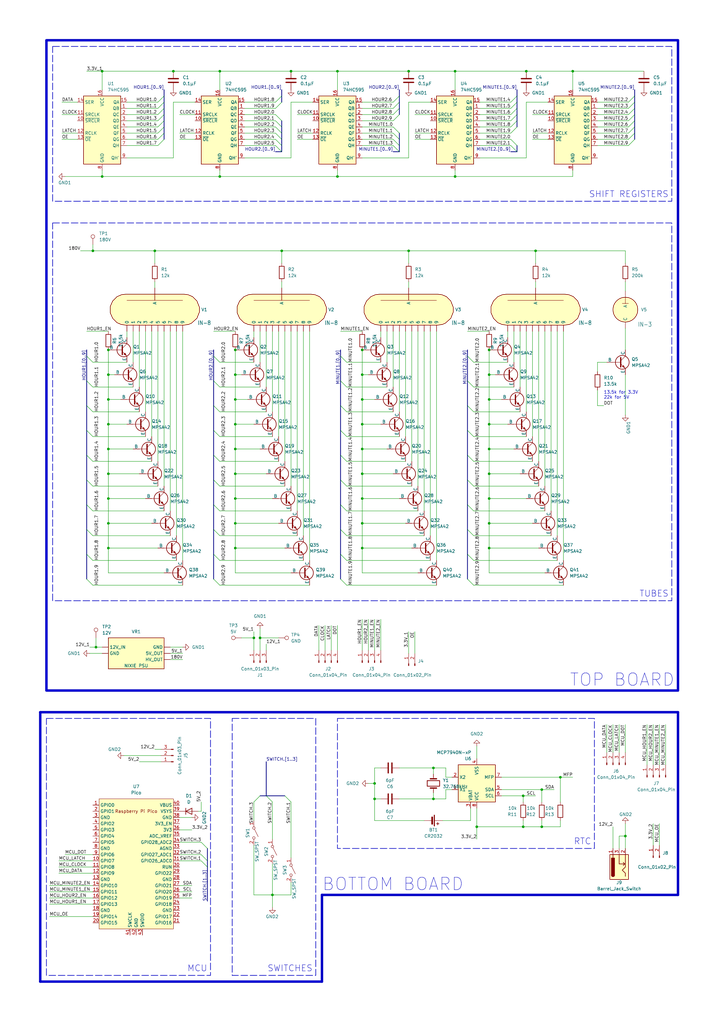
<source format=kicad_sch>
(kicad_sch (version 20230121) (generator eeschema)
  (paper "A3" portrait)
  (title_block (title "Nixie IN-8") (date "2023-08-25") (rev "1.0") (comment 2 "creativecommons.org") (comment 3 "Licence: CC BY 4.0") (comment 4 "Author: Zeno Gries"))
  (junction (at 44.45 153.67))
  (junction (at 90.17 72.39))
  (junction (at 200.66 194.31))
  (junction (at 200.66 214.63))
  (junction (at 104.14 261.62))
  (junction (at 148.59 163.83))
  (junction (at 186.69 29.21))
  (junction (at 119.38 29.21))
  (junction (at 115.57 102.87))
  (junction (at 153.67 327.66))
  (junction (at 96.52 184.15))
  (junction (at 44.45 143.51))
  (junction (at 106.68 261.62))
  (junction (at 96.52 143.51))
  (junction (at 200.66 224.79))
  (junction (at 219.71 102.87))
  (junction (at 44.45 214.63))
  (junction (at 138.43 29.21))
  (junction (at 148.59 173.99))
  (junction (at 148.59 194.31))
  (junction (at 44.45 204.47))
  (junction (at 38.1 102.87))
  (junction (at 96.52 204.47))
  (junction (at 200.66 204.47))
  (junction (at 71.12 29.21))
  (junction (at 39.37 265.43))
  (junction (at 195.58 339.09))
  (junction (at 200.66 153.67))
  (junction (at 214.63 339.09))
  (junction (at 96.52 153.67))
  (junction (at 41.91 29.21))
  (junction (at 44.45 173.99))
  (junction (at 90.17 29.21))
  (junction (at 153.67 321.31))
  (junction (at 148.59 143.51))
  (junction (at 96.52 194.31))
  (junction (at 148.59 224.79))
  (junction (at 96.52 224.79))
  (junction (at 41.91 72.39))
  (junction (at 44.45 224.79))
  (junction (at 44.45 163.83))
  (junction (at 148.59 184.15))
  (junction (at 138.43 72.39))
  (junction (at 44.45 184.15))
  (junction (at 222.25 323.85))
  (junction (at 167.64 29.21))
  (junction (at 222.25 339.09))
  (junction (at 63.5 102.87))
  (junction (at 148.59 204.47))
  (junction (at 177.8 327.66))
  (junction (at 256.54 342.9))
  (junction (at 177.8 314.96))
  (junction (at 96.52 163.83))
  (junction (at 167.64 102.87))
  (junction (at 186.69 72.39))
  (junction (at 200.66 163.83))
  (junction (at 96.52 173.99))
  (junction (at 200.66 184.15))
  (junction (at 215.9 29.21))
  (junction (at 96.52 214.63))
  (junction (at 111.76 367.03))
  (junction (at 148.59 214.63))
  (junction (at 214.63 326.39))
  (junction (at 200.66 173.99))
  (junction (at 200.66 143.51))
  (junction (at 234.95 29.21))
  (junction (at 44.45 194.31))
  (junction (at 229.87 318.77))
  (junction (at 148.59 153.67))
  (bus_entry (at 260.35 39.37) (size -2.54 2.54))
  (bus_entry (at 85.09 355.6) (size -2.54 -2.54))
  (bus_entry (at 67.31 39.37) (size -2.54 2.54))
  (bus_entry (at 163.83 57.15) (size -2.54 -2.54))
  (bus_entry (at 212.09 46.99) (size -2.54 2.54))
  (bus_entry (at 115.57 41.91) (size -2.54 2.54))
  (bus_entry (at 87.63 217.17) (size 2.54 2.54))
  (bus_entry (at 115.57 39.37) (size -2.54 2.54))
  (bus_entry (at 35.56 156.21) (size 2.54 2.54))
  (bus_entry (at 191.77 176.53) (size 2.54 2.54))
  (bus_entry (at 212.09 39.37) (size -2.54 2.54))
  (bus_entry (at 163.83 59.69) (size -2.54 -2.54))
  (bus_entry (at 191.77 196.85) (size 2.54 2.54))
  (bus_entry (at 109.22 326.39) (size 2.54 2.54))
  (bus_entry (at 191.77 166.37) (size 2.54 2.54))
  (bus_entry (at 35.56 166.37) (size 2.54 2.54))
  (bus_entry (at 212.09 44.45) (size -2.54 2.54))
  (bus_entry (at 212.09 49.53) (size -2.54 2.54))
  (bus_entry (at 87.63 146.05) (size 2.54 2.54))
  (bus_entry (at 115.57 52.07) (size -2.54 -2.54))
  (bus_entry (at 115.57 62.23) (size -2.54 -2.54))
  (bus_entry (at 35.56 217.17) (size 2.54 2.54))
  (bus_entry (at 163.83 54.61) (size -2.54 -2.54))
  (bus_entry (at 191.77 146.05) (size 2.54 2.54))
  (bus_entry (at 260.35 54.61) (size -2.54 2.54))
  (bus_entry (at 260.35 52.07) (size -2.54 2.54))
  (bus_entry (at 35.56 146.05) (size 2.54 2.54))
  (bus_entry (at 260.35 44.45) (size -2.54 2.54))
  (bus_entry (at 35.56 176.53) (size 2.54 2.54))
  (bus_entry (at 87.63 227.33) (size 2.54 2.54))
  (bus_entry (at 139.7 196.85) (size 2.54 2.54))
  (bus_entry (at 115.57 54.61) (size -2.54 -2.54))
  (bus_entry (at 163.83 44.45) (size -2.54 2.54))
  (bus_entry (at 87.63 196.85) (size 2.54 2.54))
  (bus_entry (at 87.63 186.69) (size 2.54 2.54))
  (bus_entry (at 87.63 207.01) (size 2.54 2.54))
  (bus_entry (at 163.83 62.23) (size -2.54 -2.54))
  (bus_entry (at 67.31 52.07) (size -2.54 2.54))
  (bus_entry (at 67.31 49.53) (size -2.54 2.54))
  (bus_entry (at 163.83 39.37) (size -2.54 2.54))
  (bus_entry (at 191.77 156.21) (size 2.54 2.54))
  (bus_entry (at 139.7 207.01) (size 2.54 2.54))
  (bus_entry (at 260.35 49.53) (size -2.54 2.54))
  (bus_entry (at 260.35 41.91) (size -2.54 2.54))
  (bus_entry (at 87.63 176.53) (size 2.54 2.54))
  (bus_entry (at 139.7 156.21) (size 2.54 2.54))
  (bus_entry (at 212.09 41.91) (size -2.54 2.54))
  (bus_entry (at 67.31 57.15) (size -2.54 2.54))
  (bus_entry (at 87.63 166.37) (size 2.54 2.54))
  (bus_entry (at 85.09 347.98) (size -2.54 -2.54))
  (bus_entry (at 212.09 62.23) (size -2.54 -2.54))
  (bus_entry (at 191.77 217.17) (size 2.54 2.54))
  (bus_entry (at 260.35 46.99) (size -2.54 2.54))
  (bus_entry (at 35.56 227.33) (size 2.54 2.54))
  (bus_entry (at 212.09 52.07) (size -2.54 2.54))
  (bus_entry (at 139.7 166.37) (size 2.54 2.54))
  (bus_entry (at 115.57 57.15) (size -2.54 -2.54))
  (bus_entry (at 35.56 186.69) (size 2.54 2.54))
  (bus_entry (at 115.57 59.69) (size -2.54 -2.54))
  (bus_entry (at 106.68 326.39) (size -2.54 2.54))
  (bus_entry (at 139.7 176.53) (size 2.54 2.54))
  (bus_entry (at 191.77 207.01) (size 2.54 2.54))
  (bus_entry (at 139.7 217.17) (size 2.54 2.54))
  (bus_entry (at 163.83 46.99) (size -2.54 2.54))
  (bus_entry (at 139.7 146.05) (size 2.54 2.54))
  (bus_entry (at 212.09 59.69) (size -2.54 -2.54))
  (bus_entry (at 163.83 41.91) (size -2.54 2.54))
  (bus_entry (at 67.31 46.99) (size -2.54 2.54))
  (bus_entry (at 260.35 57.15) (size -2.54 2.54))
  (bus_entry (at 116.84 326.39) (size 2.54 2.54))
  (bus_entry (at 35.56 196.85) (size 2.54 2.54))
  (bus_entry (at 139.7 186.69) (size 2.54 2.54))
  (bus_entry (at 139.7 237.49) (size 2.54 2.54))
  (bus_entry (at 35.56 207.01) (size 2.54 2.54))
  (bus_entry (at 67.31 54.61) (size -2.54 2.54))
  (bus_entry (at 87.63 237.49) (size 2.54 2.54))
  (bus_entry (at 35.56 237.49) (size 2.54 2.54))
  (bus_entry (at 139.7 227.33) (size 2.54 2.54))
  (bus_entry (at 191.77 237.49) (size 2.54 2.54))
  (bus_entry (at 191.77 186.69) (size 2.54 2.54))
  (bus_entry (at 115.57 49.53) (size -2.54 -2.54))
  (bus_entry (at 67.31 41.91) (size -2.54 2.54))
  (bus_entry (at 87.63 156.21) (size 2.54 2.54))
  (bus_entry (at 85.09 353.06) (size -2.54 -2.54))
  (bus_entry (at 67.31 44.45) (size -2.54 2.54))
  (bus_entry (at 191.77 227.33) (size 2.54 2.54))
  (wire (pts (xy 256.54 134.62) (xy 256.54 143.51)))
  (wire (pts (xy 100.33 57.15) (xy 113.03 57.15)))
  (wire (pts (xy 38.1 229.87) (xy 72.39 229.87)))
  (polyline (pts (xy 132.08 367.03) (xy 132.08 402.59)) (stroke (width 1)))
  (wire (pts (xy 229.87 318.77) (xy 229.87 328.93)))
  (wire (pts (xy 194.31 219.71) (xy 226.06 219.71)))
  (wire (pts (xy 69.85 135.89) (xy 69.85 209.55)))
  (wire (pts (xy 73.66 46.99) (xy 80.01 46.99)))
  (wire (pts (xy 128.27 57.15) (xy 121.92 57.15)))
  (wire (pts (xy 254 342.9) (xy 256.54 342.9)))
  (wire (pts (xy 39.37 265.43) (xy 41.91 265.43)))
  (wire (pts (xy 168.91 135.89) (xy 168.91 189.23)))
  (wire (pts (xy 44.45 163.83) (xy 49.53 163.83)))
  (wire (pts (xy 215.9 41.91) (xy 224.79 41.91)))
  (wire (pts (xy 176.53 135.89) (xy 176.53 219.71)))
  (bus (pts (xy 163.83 39.37) (xy 163.83 41.91)))
  (wire (pts (xy 148.59 234.95) (xy 171.45 234.95)))
  (wire (pts (xy 119.38 41.91) (xy 128.27 41.91)))
  (bus (pts (xy 87.63 166.37) (xy 87.63 176.53)))
  (wire (pts (xy 130.81 256.54) (xy 130.81 266.7)))
  (wire (pts (xy 176.53 57.15) (xy 170.18 57.15)))
  (wire (pts (xy 59.69 135.89) (xy 59.69 168.91)))
  (wire (pts (xy 270.51 337.82) (xy 270.51 346.71)))
  (wire (pts (xy 148.59 52.07) (xy 161.29 52.07)))
  (bus (pts (xy 163.83 57.15) (xy 163.83 59.69)))
  (wire (pts (xy 214.63 326.39) (xy 214.63 328.93)))
  (bus (pts (xy 113.03 62.23) (xy 115.57 62.23)))
  (wire (pts (xy 44.45 214.63) (xy 44.45 224.79)))
  (wire (pts (xy 100.33 52.07) (xy 113.03 52.07)))
  (wire (pts (xy 100.33 49.53) (xy 113.03 49.53)))
  (bus (pts (xy 67.31 54.61) (xy 67.31 57.15)))
  (bus (pts (xy 87.63 207.01) (xy 87.63 217.17)))
  (polyline (pts (xy 16.51 402.59) (xy 16.51 292.1)) (stroke (width 1)))
  (wire (pts (xy 148.59 173.99) (xy 148.59 184.15)))
  (wire (pts (xy 148.59 184.15) (xy 158.75 184.15)))
  (wire (pts (xy 234.95 29.21) (xy 234.95 36.83)))
  (wire (pts (xy 96.52 173.99) (xy 96.52 184.15)))
  (wire (pts (xy 167.64 102.87) (xy 167.64 107.95)))
  (wire (pts (xy 200.66 224.79) (xy 220.98 224.79)))
  (wire (pts (xy 96.52 184.15) (xy 106.68 184.15)))
  (wire (pts (xy 52.07 49.53) (xy 64.77 49.53)))
  (wire (pts (xy 196.85 49.53) (xy 209.55 49.53)))
  (wire (pts (xy 20.32 370.84) (xy 38.1 370.84)))
  (wire (pts (xy 73.66 335.28) (xy 78.74 335.28)))
  (wire (pts (xy 71.12 29.21) (xy 90.17 29.21)))
  (wire (pts (xy 200.66 214.63) (xy 200.66 224.79)))
  (bus (pts (xy 139.7 146.05) (xy 139.7 156.21)))
  (bus (pts (xy 260.35 52.07) (xy 260.35 54.61)))
  (wire (pts (xy 20.32 363.22) (xy 38.1 363.22)))
  (wire (pts (xy 44.45 204.47) (xy 44.45 214.63)))
  (wire (pts (xy 158.75 135.89) (xy 158.75 148.59)))
  (wire (pts (xy 36.83 265.43) (xy 39.37 265.43)))
  (wire (pts (xy 96.52 204.47) (xy 111.76 204.47)))
  (wire (pts (xy 114.3 261.62) (xy 106.68 261.62)))
  (wire (pts (xy 104.14 135.89) (xy 104.14 138.43)))
  (wire (pts (xy 153.67 314.96) (xy 153.67 321.31)))
  (wire (pts (xy 210.82 135.89) (xy 210.82 148.59)))
  (wire (pts (xy 119.38 361.95) (xy 119.38 367.03)))
  (wire (pts (xy 153.67 327.66) (xy 153.67 321.31)))
  (wire (pts (xy 248.92 297.18) (xy 248.92 308.61)))
  (wire (pts (xy 121.92 135.89) (xy 121.92 209.55)))
  (wire (pts (xy 142.24 219.71) (xy 173.99 219.71)))
  (wire (pts (xy 38.1 179.07) (xy 59.69 179.07)))
  (bus (pts (xy 191.77 186.69) (xy 191.77 196.85)))
  (wire (pts (xy 148.59 194.31) (xy 161.29 194.31)))
  (wire (pts (xy 256.54 102.87) (xy 256.54 107.95)))
  (bus (pts (xy 85.09 369.57) (xy 85.09 355.6)))
  (bus (pts (xy 212.09 41.91) (xy 212.09 44.45)))
  (wire (pts (xy 218.44 54.61) (xy 224.79 54.61)))
  (wire (pts (xy 148.59 49.53) (xy 161.29 49.53)))
  (wire (pts (xy 148.59 143.51) (xy 148.59 153.67)))
  (wire (pts (xy 245.11 166.37) (xy 247.65 166.37)))
  (wire (pts (xy 251.46 347.98) (xy 251.46 339.09)))
  (wire (pts (xy 153.67 336.55) (xy 153.67 327.66)))
  (bus (pts (xy 191.77 176.53) (xy 191.77 186.69)))
  (wire (pts (xy 106.68 135.89) (xy 106.68 148.59)))
  (wire (pts (xy 73.66 340.36) (xy 78.74 340.36)))
  (wire (pts (xy 173.99 135.89) (xy 173.99 209.55)))
  (wire (pts (xy 200.66 214.63) (xy 218.44 214.63)))
  (bus (pts (xy 212.09 36.83) (xy 212.09 39.37)))
  (wire (pts (xy 69.85 267.97) (xy 74.93 267.97)))
  (wire (pts (xy 200.66 153.67) (xy 200.66 163.83)))
  (wire (pts (xy 267.97 297.18) (xy 267.97 313.69)))
  (wire (pts (xy 226.06 135.89) (xy 226.06 209.55)))
  (bus (pts (xy 35.56 217.17) (xy 35.56 227.33)))
  (bus (pts (xy 35.56 176.53) (xy 35.56 186.69)))
  (wire (pts (xy 44.45 224.79) (xy 64.77 224.79)))
  (bus (pts (xy 87.63 227.33) (xy 87.63 237.49)))
  (polyline (pts (xy 16.51 292.1) (xy 278.13 292.1)) (stroke (width 1)))
  (wire (pts (xy 38.1 199.39) (xy 64.77 199.39)))
  (wire (pts (xy 38.1 358.14) (xy 24.13 358.14)))
  (wire (pts (xy 38.1 353.06) (xy 24.13 353.06)))
  (bus (pts (xy 67.31 39.37) (xy 67.31 41.91)))
  (wire (pts (xy 256.54 153.67) (xy 256.54 170.18)))
  (wire (pts (xy 156.21 314.96) (xy 153.67 314.96)))
  (wire (pts (xy 78.74 368.3) (xy 73.66 368.3)))
  (bus (pts (xy 109.22 312.42) (xy 109.22 326.39)))
  (bus (pts (xy 139.7 196.85) (xy 139.7 207.01)))
  (wire (pts (xy 82.55 332.74) (xy 81.28 332.74)))
  (bus (pts (xy 139.7 166.37) (xy 139.7 176.53)))
  (wire (pts (xy 90.17 29.21) (xy 119.38 29.21)))
  (wire (pts (xy 234.95 318.77) (xy 229.87 318.77)))
  (wire (pts (xy 208.28 135.89) (xy 208.28 138.43)))
  (wire (pts (xy 96.52 194.31) (xy 96.52 204.47)))
  (wire (pts (xy 41.91 72.39) (xy 41.91 69.85)))
  (wire (pts (xy 38.1 209.55) (xy 67.31 209.55)))
  (wire (pts (xy 167.64 115.57) (xy 167.64 118.11)))
  (wire (pts (xy 44.45 184.15) (xy 44.45 194.31)))
  (bus (pts (xy 191.77 196.85) (xy 191.77 207.01)))
  (wire (pts (xy 222.25 336.55) (xy 222.25 339.09)))
  (bus (pts (xy 87.63 186.69) (xy 87.63 196.85)))
  (wire (pts (xy 62.23 135.89) (xy 62.23 179.07)))
  (wire (pts (xy 135.89 256.54) (xy 135.89 266.7)))
  (bus (pts (xy 212.09 62.23) (xy 212.09 59.69)))
  (wire (pts (xy 90.17 229.87) (xy 124.46 229.87)))
  (wire (pts (xy 167.64 259.08) (xy 167.64 267.97)))
  (wire (pts (xy 111.76 328.93) (xy 111.76 344.17)))
  (bus (pts (xy 35.56 196.85) (xy 35.56 207.01)))
  (wire (pts (xy 229.87 336.55) (xy 229.87 339.09)))
  (wire (pts (xy 234.95 29.21) (xy 264.16 29.21)))
  (wire (pts (xy 245.11 46.99) (xy 257.81 46.99)))
  (wire (pts (xy 170.18 259.08) (xy 170.18 267.97)))
  (wire (pts (xy 96.52 224.79) (xy 116.84 224.79)))
  (wire (pts (xy 44.45 234.95) (xy 67.31 234.95)))
  (wire (pts (xy 52.07 52.07) (xy 64.77 52.07)))
  (bus (pts (xy 260.35 41.91) (xy 260.35 44.45)))
  (wire (pts (xy 142.24 240.03) (xy 179.07 240.03)))
  (wire (pts (xy 142.24 179.07) (xy 163.83 179.07)))
  (bus (pts (xy 139.7 207.01) (xy 139.7 217.17)))
  (bus (pts (xy 115.57 54.61) (xy 115.57 57.15)))
  (bus (pts (xy 191.77 156.21) (xy 191.77 166.37)))
  (bus (pts (xy 85.09 353.06) (xy 85.09 347.98)))
  (wire (pts (xy 167.64 102.87) (xy 219.71 102.87)))
  (wire (pts (xy 138.43 29.21) (xy 167.64 29.21)))
  (wire (pts (xy 173.99 336.55) (xy 153.67 336.55)))
  (wire (pts (xy 20.32 365.76) (xy 38.1 365.76)))
  (bus (pts (xy 87.63 146.05) (xy 87.63 156.21)))
  (bus (pts (xy 191.77 217.17) (xy 191.77 227.33)))
  (wire (pts (xy 96.52 204.47) (xy 96.52 214.63)))
  (wire (pts (xy 96.52 224.79) (xy 96.52 234.95)))
  (wire (pts (xy 52.07 44.45) (xy 64.77 44.45)))
  (wire (pts (xy 116.84 135.89) (xy 116.84 189.23)))
  (wire (pts (xy 73.66 353.06) (xy 82.55 353.06)))
  (bus (pts (xy 139.7 227.33) (xy 139.7 237.49)))
  (wire (pts (xy 256.54 347.98) (xy 256.54 342.9)))
  (wire (pts (xy 41.91 72.39) (xy 90.17 72.39)))
  (wire (pts (xy 222.25 328.93) (xy 222.25 323.85)))
  (bus (pts (xy 163.83 41.91) (xy 163.83 44.45)))
  (wire (pts (xy 119.38 328.93) (xy 119.38 351.79)))
  (wire (pts (xy 100.33 59.69) (xy 113.03 59.69)))
  (wire (pts (xy 156.21 327.66) (xy 153.67 327.66)))
  (wire (pts (xy 44.45 173.99) (xy 52.07 173.99)))
  (wire (pts (xy 200.66 173.99) (xy 208.28 173.99)))
  (wire (pts (xy 39.37 261.62) (xy 39.37 265.43)))
  (wire (pts (xy 214.63 339.09) (xy 195.58 339.09)))
  (wire (pts (xy 177.8 327.66) (xy 182.88 327.66)))
  (wire (pts (xy 245.11 160.02) (xy 245.11 166.37)))
  (wire (pts (xy 52.07 57.15) (xy 64.77 57.15)))
  (wire (pts (xy 218.44 46.99) (xy 224.79 46.99)))
  (wire (pts (xy 182.88 323.85) (xy 182.88 327.66)))
  (wire (pts (xy 194.31 168.91) (xy 213.36 168.91)))
  (wire (pts (xy 200.66 153.67) (xy 203.2 153.67)))
  (wire (pts (xy 148.59 41.91) (xy 161.29 41.91)))
  (wire (pts (xy 100.33 41.91) (xy 113.03 41.91)))
  (wire (pts (xy 194.31 199.39) (xy 220.98 199.39)))
  (wire (pts (xy 67.31 135.89) (xy 67.31 199.39)))
  (bus (pts (xy 209.55 62.23) (xy 212.09 62.23)))
  (bus (pts (xy 67.31 44.45) (xy 67.31 46.99)))
  (wire (pts (xy 124.46 135.89) (xy 124.46 219.71)))
  (wire (pts (xy 138.43 72.39) (xy 186.69 72.39)))
  (wire (pts (xy 87.63 135.89) (xy 96.52 135.89)))
  (wire (pts (xy 41.91 29.21) (xy 41.91 36.83)))
  (wire (pts (xy 104.14 261.62) (xy 104.14 266.7)))
  (wire (pts (xy 200.66 194.31) (xy 200.66 204.47)))
  (wire (pts (xy 245.11 52.07) (xy 257.81 52.07)))
  (wire (pts (xy 121.92 54.61) (xy 128.27 54.61)))
  (wire (pts (xy 256.54 342.9) (xy 256.54 337.82)))
  (wire (pts (xy 90.17 209.55) (xy 119.38 209.55)))
  (wire (pts (xy 90.17 36.83) (xy 90.17 29.21)))
  (wire (pts (xy 90.17 72.39) (xy 138.43 72.39)))
  (wire (pts (xy 213.36 135.89) (xy 213.36 158.75)))
  (wire (pts (xy 193.04 336.55) (xy 181.61 336.55)))
  (bus (pts (xy 116.84 326.39) (xy 109.22 326.39)))
  (polyline (pts (xy 16.51 402.59) (xy 132.08 402.59)) (stroke (width 1)))
  (wire (pts (xy 35.56 29.21) (xy 41.91 29.21)))
  (wire (pts (xy 148.59 204.47) (xy 163.83 204.47)))
  (bus (pts (xy 260.35 44.45) (xy 260.35 46.99)))
  (wire (pts (xy 245.11 57.15) (xy 257.81 57.15)))
  (wire (pts (xy 44.45 143.51) (xy 44.45 153.67)))
  (wire (pts (xy 214.63 326.39) (xy 205.74 326.39)))
  (wire (pts (xy 38.1 350.52) (xy 26.67 350.52)))
  (wire (pts (xy 35.56 135.89) (xy 44.45 135.89)))
  (bus (pts (xy 260.35 54.61) (xy 260.35 57.15)))
  (wire (pts (xy 185.42 318.77) (xy 182.88 318.77)))
  (wire (pts (xy 38.1 240.03) (xy 74.93 240.03)))
  (bus (pts (xy 67.31 36.83) (xy 67.31 39.37)))
  (wire (pts (xy 214.63 336.55) (xy 214.63 339.09)))
  (wire (pts (xy 256.54 297.18) (xy 256.54 308.61)))
  (wire (pts (xy 52.07 59.69) (xy 64.77 59.69)))
  (wire (pts (xy 194.31 240.03) (xy 231.14 240.03)))
  (wire (pts (xy 138.43 256.54) (xy 138.43 266.7)))
  (wire (pts (xy 104.14 328.93) (xy 104.14 336.55)))
  (wire (pts (xy 96.52 163.83) (xy 101.6 163.83)))
  (bus (pts (xy 109.22 326.39) (xy 106.68 326.39)))
  (wire (pts (xy 148.59 184.15) (xy 148.59 194.31)))
  (wire (pts (xy 96.52 173.99) (xy 104.14 173.99)))
  (wire (pts (xy 229.87 318.77) (xy 205.74 318.77)))
  (wire (pts (xy 215.9 29.21) (xy 234.95 29.21)))
  (wire (pts (xy 148.59 163.83) (xy 148.59 173.99)))
  (wire (pts (xy 38.1 148.59) (xy 52.07 148.59)))
  (wire (pts (xy 148.59 153.67) (xy 148.59 163.83)))
  (wire (pts (xy 63.5 115.57) (xy 63.5 118.11)))
  (wire (pts (xy 66.04 307.34) (xy 63.5 307.34)))
  (wire (pts (xy 90.17 179.07) (xy 111.76 179.07)))
  (bus (pts (xy 260.35 36.83) (xy 260.35 39.37)))
  (wire (pts (xy 138.43 29.21) (xy 138.43 36.83)))
  (bus (pts (xy 260.35 39.37) (xy 260.35 41.91)))
  (wire (pts (xy 90.17 189.23) (xy 114.3 189.23)))
  (wire (pts (xy 106.68 261.62) (xy 106.68 266.7)))
  (wire (pts (xy 148.59 64.77) (xy 167.64 64.77)))
  (wire (pts (xy 167.64 41.91) (xy 176.53 41.91)))
  (wire (pts (xy 73.66 350.52) (xy 82.55 350.52)))
  (wire (pts (xy 148.59 173.99) (xy 156.21 173.99)))
  (wire (pts (xy 245.11 49.53) (xy 257.81 49.53)))
  (wire (pts (xy 38.1 168.91) (xy 57.15 168.91)))
  (wire (pts (xy 96.52 214.63) (xy 96.52 224.79)))
  (bus (pts (xy 212.09 49.53) (xy 212.09 52.07)))
  (bus (pts (xy 35.56 227.33) (xy 35.56 237.49)))
  (wire (pts (xy 185.42 323.85) (xy 182.88 323.85)))
  (wire (pts (xy 41.91 29.21) (xy 71.12 29.21)))
  (wire (pts (xy 142.24 199.39) (xy 168.91 199.39)))
  (wire (pts (xy 99.06 261.62) (xy 104.14 261.62)))
  (wire (pts (xy 148.59 59.69) (xy 161.29 59.69)))
  (wire (pts (xy 50.8 309.88) (xy 66.04 309.88)))
  (wire (pts (xy 52.07 41.91) (xy 64.77 41.91)))
  (wire (pts (xy 44.45 184.15) (xy 54.61 184.15)))
  (wire (pts (xy 245.11 148.59) (xy 245.11 152.4)))
  (wire (pts (xy 148.59 54.61) (xy 161.29 54.61)))
  (bus (pts (xy 212.09 44.45) (xy 212.09 46.99)))
  (wire (pts (xy 69.85 265.43) (xy 74.93 265.43)))
  (wire (pts (xy 114.3 135.89) (xy 114.3 179.07)))
  (wire (pts (xy 182.88 318.77) (xy 182.88 314.96)))
  (wire (pts (xy 219.71 102.87) (xy 219.71 107.95)))
  (wire (pts (xy 171.45 135.89) (xy 171.45 199.39)))
  (bus (pts (xy 35.56 207.01) (xy 35.56 217.17)))
  (wire (pts (xy 195.58 344.17) (xy 195.58 339.09)))
  (wire (pts (xy 196.85 52.07) (xy 209.55 52.07)))
  (wire (pts (xy 234.95 72.39) (xy 234.95 69.85)))
  (wire (pts (xy 111.76 354.33) (xy 111.76 367.03)))
  (bus (pts (xy 87.63 196.85) (xy 87.63 207.01)))
  (wire (pts (xy 142.24 158.75) (xy 158.75 158.75)))
  (wire (pts (xy 215.9 41.91) (xy 215.9 64.77)))
  (bus (pts (xy 163.83 62.23) (xy 163.83 59.69)))
  (bus (pts (xy 67.31 52.07) (xy 67.31 54.61)))
  (wire (pts (xy 38.1 158.75) (xy 54.61 158.75)))
  (wire (pts (xy 33.02 102.87) (xy 38.1 102.87)))
  (wire (pts (xy 38.1 102.87) (xy 63.5 102.87)))
  (wire (pts (xy 106.68 261.62) (xy 106.68 257.81)))
  (wire (pts (xy 219.71 326.39) (xy 214.63 326.39)))
  (wire (pts (xy 218.44 135.89) (xy 218.44 179.07)))
  (wire (pts (xy 119.38 29.21) (xy 138.43 29.21)))
  (wire (pts (xy 73.66 54.61) (xy 80.01 54.61)))
  (wire (pts (xy 148.59 254) (xy 148.59 266.7)))
  (wire (pts (xy 25.4 57.15) (xy 31.75 57.15)))
  (wire (pts (xy 96.52 234.95) (xy 119.38 234.95)))
  (wire (pts (xy 142.24 229.87) (xy 176.53 229.87)))
  (wire (pts (xy 167.64 64.77) (xy 167.64 41.91)))
  (wire (pts (xy 90.17 240.03) (xy 127 240.03)))
  (wire (pts (xy 219.71 115.57) (xy 219.71 118.11)))
  (wire (pts (xy 200.66 224.79) (xy 200.66 234.95)))
  (wire (pts (xy 90.17 219.71) (xy 121.92 219.71)))
  (wire (pts (xy 228.6 135.89) (xy 228.6 219.71)))
  (wire (pts (xy 44.45 194.31) (xy 44.45 204.47)))
  (wire (pts (xy 161.29 135.89) (xy 161.29 158.75)))
  (bus (pts (xy 163.83 36.83) (xy 163.83 39.37)))
  (wire (pts (xy 179.07 135.89) (xy 179.07 229.87)))
  (bus (pts (xy 191.77 166.37) (xy 191.77 176.53)))
  (bus (pts (xy 67.31 41.91) (xy 67.31 44.45)))
  (wire (pts (xy 80.01 57.15) (xy 73.66 57.15)))
  (wire (pts (xy 148.59 224.79) (xy 168.91 224.79)))
  (wire (pts (xy 196.85 64.77) (xy 215.9 64.77)))
  (wire (pts (xy 44.45 214.63) (xy 62.23 214.63)))
  (wire (pts (xy 54.61 135.89) (xy 54.61 148.59)))
  (bus (pts (xy 191.77 143.51) (xy 191.77 146.05)))
  (bus (pts (xy 115.57 59.69) (xy 115.57 62.23)))
  (bus (pts (xy 139.7 176.53) (xy 139.7 186.69)))
  (wire (pts (xy 273.05 297.18) (xy 273.05 313.69)))
  (wire (pts (xy 148.59 214.63) (xy 148.59 224.79)))
  (wire (pts (xy 52.07 64.77) (xy 71.12 64.77)))
  (wire (pts (xy 223.52 135.89) (xy 223.52 199.39)))
  (wire (pts (xy 63.5 102.87) (xy 115.57 102.87)))
  (bus (pts (xy 35.56 166.37) (xy 35.56 176.53)))
  (wire (pts (xy 153.67 321.31) (xy 151.13 321.31)))
  (wire (pts (xy 196.85 44.45) (xy 209.55 44.45)))
  (bus (pts (xy 139.7 143.51) (xy 139.7 146.05)))
  (wire (pts (xy 245.11 59.69) (xy 257.81 59.69)))
  (wire (pts (xy 170.18 46.99) (xy 176.53 46.99)))
  (bus (pts (xy 212.09 46.99) (xy 212.09 49.53)))
  (wire (pts (xy 267.97 337.82) (xy 267.97 346.71)))
  (wire (pts (xy 74.93 135.89) (xy 74.93 229.87)))
  (wire (pts (xy 90.17 72.39) (xy 90.17 69.85)))
  (wire (pts (xy 167.64 29.21) (xy 186.69 29.21)))
  (wire (pts (xy 119.38 135.89) (xy 119.38 199.39)))
  (wire (pts (xy 25.4 41.91) (xy 31.75 41.91)))
  (wire (pts (xy 200.66 204.47) (xy 215.9 204.47)))
  (wire (pts (xy 163.83 135.89) (xy 163.83 168.91)))
  (bus (pts (xy 87.63 156.21) (xy 87.63 166.37)))
  (wire (pts (xy 254 347.98) (xy 254 342.9)))
  (wire (pts (xy 96.52 153.67) (xy 96.52 163.83)))
  (wire (pts (xy 44.45 224.79) (xy 44.45 234.95)))
  (bus (pts (xy 191.77 146.05) (xy 191.77 156.21)))
  (wire (pts (xy 44.45 194.31) (xy 57.15 194.31)))
  (wire (pts (xy 227.33 323.85) (xy 222.25 323.85)))
  (wire (pts (xy 166.37 135.89) (xy 166.37 179.07)))
  (wire (pts (xy 245.11 44.45) (xy 257.81 44.45)))
  (bus (pts (xy 260.35 49.53) (xy 260.35 52.07)))
  (bus (pts (xy 260.35 46.99) (xy 260.35 49.53)))
  (wire (pts (xy 194.31 148.59) (xy 208.28 148.59)))
  (bus (pts (xy 67.31 46.99) (xy 67.31 49.53)))
  (wire (pts (xy 265.43 297.18) (xy 265.43 313.69)))
  (wire (pts (xy 200.66 194.31) (xy 213.36 194.31)))
  (wire (pts (xy 115.57 102.87) (xy 115.57 107.95)))
  (wire (pts (xy 177.8 314.96) (xy 182.88 314.96)))
  (wire (pts (xy 229.87 339.09) (xy 222.25 339.09)))
  (wire (pts (xy 115.57 115.57) (xy 115.57 118.11)))
  (wire (pts (xy 20.32 375.92) (xy 38.1 375.92)))
  (wire (pts (xy 142.24 209.55) (xy 171.45 209.55)))
  (wire (pts (xy 72.39 135.89) (xy 72.39 219.71)))
  (wire (pts (xy 148.59 163.83) (xy 153.67 163.83)))
  (wire (pts (xy 142.24 189.23) (xy 166.37 189.23)))
  (wire (pts (xy 219.71 102.87) (xy 256.54 102.87)))
  (wire (pts (xy 245.11 148.59) (xy 248.92 148.59)))
  (wire (pts (xy 186.69 72.39) (xy 234.95 72.39)))
  (bus (pts (xy 115.57 36.83) (xy 115.57 39.37)))
  (wire (pts (xy 191.77 135.89) (xy 200.66 135.89)))
  (bus (pts (xy 85.09 355.6) (xy 85.09 353.06)))
  (wire (pts (xy 100.33 64.77) (xy 119.38 64.77)))
  (wire (pts (xy 26.67 72.39) (xy 41.91 72.39)))
  (wire (pts (xy 231.14 135.89) (xy 231.14 229.87)))
  (bus (pts (xy 87.63 176.53) (xy 87.63 186.69)))
  (wire (pts (xy 200.66 204.47) (xy 200.66 214.63)))
  (bus (pts (xy 212.09 39.37) (xy 212.09 41.91)))
  (wire (pts (xy 71.12 41.91) (xy 80.01 41.91)))
  (wire (pts (xy 163.83 314.96) (xy 177.8 314.96)))
  (wire (pts (xy 44.45 204.47) (xy 59.69 204.47)))
  (wire (pts (xy 96.52 163.83) (xy 96.52 173.99)))
  (wire (pts (xy 194.31 179.07) (xy 215.9 179.07)))
  (wire (pts (xy 44.45 153.67) (xy 46.99 153.67)))
  (wire (pts (xy 195.58 311.15) (xy 195.58 306.07)))
  (wire (pts (xy 148.59 204.47) (xy 148.59 214.63)))
  (wire (pts (xy 64.77 135.89) (xy 64.77 189.23)))
  (wire (pts (xy 104.14 367.03) (xy 111.76 367.03)))
  (wire (pts (xy 90.17 158.75) (xy 106.68 158.75)))
  (wire (pts (xy 200.66 163.83) (xy 200.66 173.99)))
  (wire (pts (xy 186.69 29.21) (xy 215.9 29.21)))
  (wire (pts (xy 196.85 46.99) (xy 209.55 46.99)))
  (wire (pts (xy 245.11 54.61) (xy 257.81 54.61)))
  (wire (pts (xy 215.9 135.89) (xy 215.9 168.91)))
  (wire (pts (xy 194.31 229.87) (xy 228.6 229.87)))
  (wire (pts (xy 251.46 297.18) (xy 251.46 308.61)))
  (wire (pts (xy 139.7 135.89) (xy 148.59 135.89)))
  (bus (pts (xy 139.7 186.69) (xy 139.7 196.85)))
  (wire (pts (xy 100.33 54.61) (xy 113.03 54.61)))
  (wire (pts (xy 194.31 158.75) (xy 210.82 158.75)))
  (wire (pts (xy 195.58 339.09) (xy 195.58 331.47)))
  (wire (pts (xy 52.07 135.89) (xy 52.07 138.43)))
  (bus (pts (xy 163.83 54.61) (xy 163.83 57.15)))
  (wire (pts (xy 104.14 346.71) (xy 104.14 367.03)))
  (wire (pts (xy 148.59 57.15) (xy 161.29 57.15)))
  (wire (pts (xy 148.59 46.99) (xy 161.29 46.99)))
  (wire (pts (xy 25.4 54.61) (xy 31.75 54.61)))
  (wire (pts (xy 194.31 189.23) (xy 218.44 189.23)))
  (wire (pts (xy 177.8 317.5) (xy 177.8 314.96)))
  (wire (pts (xy 96.52 194.31) (xy 109.22 194.31)))
  (wire (pts (xy 111.76 372.11) (xy 111.76 367.03)))
  (wire (pts (xy 163.83 327.66) (xy 177.8 327.66)))
  (bus (pts (xy 35.56 186.69) (xy 35.56 196.85)))
  (wire (pts (xy 44.45 163.83) (xy 44.45 173.99)))
  (wire (pts (xy 156.21 254) (xy 156.21 266.7)))
  (wire (pts (xy 196.85 54.61) (xy 209.55 54.61)))
  (bus (pts (xy 35.56 156.21) (xy 35.56 166.37)))
  (wire (pts (xy 194.31 209.55) (xy 223.52 209.55)))
  (wire (pts (xy 57.15 312.42) (xy 66.04 312.42)))
  (wire (pts (xy 44.45 173.99) (xy 44.45 184.15)))
  (wire (pts (xy 121.92 46.99) (xy 128.27 46.99)))
  (bus (pts (xy 87.63 143.51) (xy 87.63 146.05)))
  (wire (pts (xy 151.13 254) (xy 151.13 266.7)))
  (wire (pts (xy 222.25 323.85) (xy 205.74 323.85)))
  (bus (pts (xy 87.63 217.17) (xy 87.63 227.33)))
  (bus (pts (xy 115.57 52.07) (xy 115.57 54.61)))
  (wire (pts (xy 100.33 46.99) (xy 113.03 46.99)))
  (wire (pts (xy 256.54 115.57) (xy 256.54 119.38)))
  (wire (pts (xy 90.17 148.59) (xy 104.14 148.59)))
  (wire (pts (xy 254 297.18) (xy 254 308.61)))
  (wire (pts (xy 44.45 153.67) (xy 44.45 163.83)))
  (wire (pts (xy 200.66 143.51) (xy 200.66 153.67)))
  (wire (pts (xy 148.59 153.67) (xy 151.13 153.67)))
  (wire (pts (xy 57.15 135.89) (xy 57.15 158.75)))
  (wire (pts (xy 119.38 367.03) (xy 111.76 367.03)))
  (wire (pts (xy 20.32 368.3) (xy 38.1 368.3)))
  (wire (pts (xy 38.1 219.71) (xy 69.85 219.71)))
  (wire (pts (xy 200.66 173.99) (xy 200.66 184.15)))
  (wire (pts (xy 138.43 69.85) (xy 138.43 72.39)))
  (wire (pts (xy 78.74 363.22) (xy 73.66 363.22)))
  (wire (pts (xy 109.22 266.7) (xy 109.22 264.16)))
  (wire (pts (xy 127 135.89) (xy 127 229.87)))
  (bus (pts (xy 35.56 146.05) (xy 35.56 156.21)))
  (wire (pts (xy 52.07 54.61) (xy 64.77 54.61)))
  (wire (pts (xy 96.52 184.15) (xy 96.52 194.31)))
  (wire (pts (xy 52.07 46.99) (xy 64.77 46.99)))
  (wire (pts (xy 200.66 234.95) (xy 223.52 234.95)))
  (wire (pts (xy 222.25 339.09) (xy 214.63 339.09)))
  (wire (pts (xy 142.24 148.59) (xy 156.21 148.59)))
  (wire (pts (xy 90.17 199.39) (xy 116.84 199.39)))
  (wire (pts (xy 100.33 44.45) (xy 113.03 44.45)))
  (bus (pts (xy 191.77 207.01) (xy 191.77 217.17)))
  (wire (pts (xy 69.85 270.51) (xy 74.93 270.51)))
  (wire (pts (xy 104.14 259.08) (xy 104.14 261.62)))
  (bus (pts (xy 139.7 156.21) (xy 139.7 166.37)))
  (wire (pts (xy 90.17 168.91) (xy 109.22 168.91)))
  (wire (pts (xy 196.85 57.15) (xy 209.55 57.15)))
  (wire (pts (xy 245.11 41.91) (xy 257.81 41.91)))
  (wire (pts (xy 71.12 64.77) (xy 71.12 41.91)))
  (wire (pts (xy 96.52 153.67) (xy 99.06 153.67)))
  (wire (pts (xy 220.98 135.89) (xy 220.98 189.23)))
  (wire (pts (xy 82.55 328.93) (xy 82.55 332.74)))
  (wire (pts (xy 196.85 59.69) (xy 209.55 59.69)))
  (wire (pts (xy 148.59 44.45) (xy 161.29 44.45)))
  (wire (pts (xy 38.1 100.33) (xy 38.1 102.87)))
  (polyline (pts (xy 278.13 367.03) (xy 132.08 367.03)) (stroke (width 1)))
  (wire (pts (xy 38.1 355.6) (xy 24.13 355.6)))
  (wire (pts (xy 109.22 135.89) (xy 109.22 158.75)))
  (wire (pts (xy 193.04 331.47) (xy 193.04 336.55)))
  (bus (pts (xy 67.31 49.53) (xy 67.31 52.07)))
  (wire (pts (xy 73.66 345.44) (xy 82.55 345.44)))
  (wire (pts (xy 115.57 102.87) (xy 167.64 102.87)))
  (wire (pts (xy 270.51 297.18) (xy 270.51 313.69)))
  (bus (pts (xy 115.57 49.53) (xy 115.57 52.07)))
  (wire (pts (xy 38.1 189.23) (xy 62.23 189.23)))
  (wire (pts (xy 111.76 135.89) (xy 111.76 168.91)))
  (bus (pts (xy 35.56 143.51) (xy 35.56 146.05)))
  (wire (pts (xy 153.67 254) (xy 153.67 266.7)))
  (wire (pts (xy 142.24 168.91) (xy 161.29 168.91)))
  (wire (pts (xy 119.38 64.77) (xy 119.38 41.91)))
  (wire (pts (xy 200.66 184.15) (xy 200.66 194.31)))
  (wire (pts (xy 78.74 365.76) (xy 73.66 365.76)))
  (polyline (pts (xy 278.13 292.1) (xy 278.13 367.03)) (stroke (width 1)))
  (wire (pts (xy 36.83 267.97) (xy 41.91 267.97)))
  (wire (pts (xy 177.8 327.66) (xy 177.8 325.12)))
  (wire (pts (xy 133.35 256.54) (xy 133.35 266.7)))
  (wire (pts (xy 196.85 41.91) (xy 209.55 41.91)))
  (wire (pts (xy 200.66 184.15) (xy 210.82 184.15)))
  (wire (pts (xy 148.59 224.79) (xy 148.59 234.95)))
  (bus (pts (xy 161.29 62.23) (xy 163.83 62.23)))
  (wire (pts (xy 170.18 54.61) (xy 176.53 54.61)))
  (bus (pts (xy 191.77 227.33) (xy 191.77 237.49)))
  (wire (pts (xy 63.5 102.87) (xy 63.5 107.95)))
  (wire (pts (xy 186.69 72.39) (xy 186.69 69.85)))
  (wire (pts (xy 25.4 46.99) (xy 31.75 46.99)))
  (bus (pts (xy 163.83 44.45) (xy 163.83 46.99)))
  (wire (pts (xy 148.59 214.63) (xy 166.37 214.63)))
  (wire (pts (xy 186.69 29.21) (xy 186.69 36.83)))
  (wire (pts (xy 148.59 194.31) (xy 148.59 204.47)))
  (bus (pts (xy 115.57 57.15) (xy 115.57 59.69)))
  (wire (pts (xy 200.66 163.83) (xy 205.74 163.83)))
  (bus (pts (xy 115.57 39.37) (xy 115.57 41.91)))
  (wire (pts (xy 156.21 135.89) (xy 156.21 138.43)))
  (wire (pts (xy 218.44 57.15) (xy 224.79 57.15)))
  (wire (pts (xy 96.52 214.63) (xy 114.3 214.63)))
  (bus (pts (xy 139.7 217.17) (xy 139.7 227.33)))
  (wire (pts (xy 96.52 143.51) (xy 96.52 153.67)))
  (rectangle (start 21.59 19.05) (end 275.59 82.55) (stroke (width 0.254) (type dash)))
  (rectangle (start 19.05 294.64) (end 86.36 400.05) (stroke (width 0.254) (type dash)))
  (rectangle (start 19.05 16.51) (end 278.13 283.21) (stroke (width 1)))
  (rectangle (start 95.25 294.64) (end 129.54 400.05) (stroke (width 0.254) (type dash)))
  (rectangle (start 21.59 91.44) (end 275.59 246.38) (stroke (width 0.254) (type dash)))
  (rectangle (start 138.43 294.64) (end 243.84 347.98) (stroke (width 0.254) (type dash)))
  (text "SWITCHES\n" (at 128.27 398.78 0) (effects (font (size 2.54 2.54)) (justify right bottom)))
  (text "TUBES" (at 274.32 245.11 0) (effects (font (size 2.54 2.54)) (justify right bottom)))
  (text "SHIFT REGISTERS" (at 274.32 81.28 0) (effects (font (size 2.54 2.54)) (justify right bottom)))
  (text "13.5k for 3.3V\n22k for 5V" (at 247.65 163.83 0) (effects (font (size 1.27 1.27)) (justify left bottom)))
  (text "RTC\n" (at 242.57 346.71 0) (effects (font (size 2.54 2.54)) (justify right bottom)))
  (text "MCU" (at 85.09 398.78 0) (effects (font (size 2.54 2.54)) (justify right bottom)))
  (text "TOP BOARD" (at 276.86 281.94 0) (effects (font (size 5.08 5.08)) (justify right bottom)))
  (text "BOTTOM BOARD" (at 132.08 365.76 0) (effects (font (size 5.08 5.08)) (justify left bottom)))
  (label "MCU_LATCH" (at 254 297.18 270))
  (label "MCU_MINUTE2_EN" (at 20.32 363.22 0))
  (label "LATCH" (at 73.66 54.61 0))
  (label "HOUR2.6" (at 152.4 41.91 0))
  (label "HOUR2.[0..9]" (at 87.63 143.51 270))
  (label "HOUR1.2" (at 55.88 46.99 0))
  (label "HOUR1.6" (at 55.88 57.15 0))
  (label "HOUR2.4" (at 92.71 189.23 90))
  (label "MINUTE2.2" (at 247.65 41.91 0))
  (label "MCU_OE" (at 20.32 375.92 0))
  (label "HOUR2.5" (at 104.14 59.69 0))
  (label "HOUR1.0" (at 40.64 148.59 90))
  (label "HOUR2.1" (at 104.14 49.53 0))
  (label "HOUR2_EN" (at 151.13 254 270))
  (label "12V_2" (at 251.46 339.09 180))
  (label "MINUTE1.6" (at 144.78 209.55 90))
  (label "HOUR1.6" (at 40.64 209.55 90))
  (label "HOUR2.3" (at 92.71 179.07 90))
  (label "HOUR1.9" (at 40.64 240.03 90))
  (label "LATCH" (at 170.18 54.61 0))
  (label "HOUR2.9" (at 92.71 240.03 90))
  (label "SWITCH.1" (at 119.38 328.93 270))
  (label "5V_1" (at 74.93 267.97 180))
  (label "MINUTE2.1" (at 196.85 158.75 90))
  (label "HOUR2.9" (at 152.4 49.53 0))
  (label "HOUR1_EN" (at 35.56 135.89 0))
  (label "MINUTE2.9" (at 247.65 59.69 0))
  (label "HOUR1.1" (at 40.64 158.75 90))
  (label "SWITCH.2" (at 111.76 328.93 270))
  (label "HOUR1.8" (at 40.64 229.87 90))
  (label "HOUR1.0" (at 55.88 41.91 0))
  (label "MCU_OE" (at 270.51 337.82 270))
  (label "OE" (at 121.92 57.15 0))
  (label "HOUR1.[0..9]" (at 67.31 36.83 180))
  (label "HOUR2.2" (at 104.14 52.07 0))
  (label "CLOCK" (at 73.66 46.99 0))
  (label "MCU_DATA" (at 248.92 297.18 270))
  (label "OE" (at 25.4 57.15 0))
  (label "MCU_MINUTE2_EN" (at 273.05 297.18 270))
  (label "180V" (at 33.02 102.87 180))
  (label "12V_1" (at 109.22 264.16 0))
  (label "MINUTE1.[0..9]" (at 212.09 36.83 180))
  (label "MINUTE2.3" (at 247.65 44.45 0))
  (label "HOUR2.6" (at 92.71 209.55 90))
  (label "180V" (at 74.93 270.51 180))
  (label "5V_1" (at 104.14 259.08 180))
  (label "SWITCH.[1..3]" (at 85.09 369.57 90))
  (label "MINUTE1.[0..9]" (at 161.29 62.23 180))
  (label "SWITCH.1" (at 82.55 353.06 180))
  (label "3.3V_1" (at 35.56 29.21 0))
  (label "MINUTE1.8" (at 199.39 52.07 0))
  (label "SDA" (at 227.33 323.85 180))
  (label "MCU_MINUTE1_EN" (at 270.51 297.18 270))
  (label "MINUTE1.7" (at 144.78 219.71 90))
  (label "OE" (at 218.44 57.15 0))
  (label "MINUTE1.1" (at 144.78 158.75 90))
  (label "3.3V_1" (at 167.64 259.08 270))
  (label "MFP" (at 78.74 368.3 180))
  (label "CLOCK" (at 218.44 46.99 0))
  (label "HOUR1.4" (at 55.88 52.07 0))
  (label "MINUTE1.3" (at 151.13 59.69 0))
  (label "MINUTE1.2" (at 144.78 168.91 90))
  (label "HOUR1.2" (at 40.64 168.91 90))
  (label "MINUTE2.[0..9]" (at 209.55 62.23 180))
  (label "HOUR2.1" (at 92.71 158.75 90))
  (label "MCU_DOT" (at 26.67 350.52 0))
  (label "HOUR2.3" (at 104.14 54.61 0))
  (label "MINUTE1.1" (at 151.13 54.61 0))
  (label "MINUTE1_EN" (at 139.7 135.89 0))
  (label "SWITCH.3" (at 104.14 328.93 270))
  (label "MINUTE2.5" (at 196.85 199.39 90))
  (label "MINUTE2.9" (at 196.85 240.03 90))
  (label "MINUTE2_EN" (at 156.21 254 270))
  (label "MINUTE1.8" (at 144.78 229.87 90))
  (label "3.3V_2" (at 267.97 337.82 270))
  (label "MINUTE1.[0..9]" (at 139.7 143.51 270))
  (label "MINUTE1.0" (at 151.13 52.07 0))
  (label "MINUTE1.7" (at 199.39 49.53 0))
  (label "HOUR1.[0..9]" (at 35.56 143.51 270))
  (label "HOUR1.7" (at 40.64 219.71 90))
  (label "LATCH" (at 135.89 256.54 270))
  (label "HOUR2_EN" (at 87.63 135.89 0))
  (label "MCU_LATCH" (at 24.13 353.06 0))
  (label "HOUR1.5" (at 55.88 54.61 0))
  (label "MINUTE2.[0..9]" (at 260.35 36.83 180))
  (label "MINUTE1.9" (at 199.39 54.61 0))
  (label "HOUR1.1" (at 55.88 44.45 0))
  (label "HOUR2.7" (at 152.4 44.45 0))
  (label "HOUR2.8" (at 152.4 46.99 0))
  (label "MINUTE1.2" (at 151.13 57.15 0))
  (label "LATCH" (at 121.92 54.61 0))
  (label "HOUR2.[0..9]" (at 163.83 36.83 180))
  (label "3.3V_2" (at 78.74 340.36 0))
  (label "DOT" (at 247.65 166.37 0))
  (label "CLOCK" (at 133.35 256.54 270))
  (label "HOUR2.7" (at 92.71 219.71 90))
  (label "HOUR1.[0..9]" (at 115.57 36.83 180))
  (label "MINUTE2.8" (at 247.65 57.15 0))
  (label "HOUR1.5" (at 40.64 199.39 90))
  (label "MINUTE2.1" (at 199.39 59.69 0))
  (label "HOUR1_EN" (at 148.59 254 270))
  (label "HOUR1.8" (at 104.14 41.91 0))
  (label "MINUTE2.7" (at 196.85 219.71 90))
  (label "HOUR2.4" (at 104.14 57.15 0))
  (label "12V_2" (at 63.5 307.34 180))
  (label "MINUTE1.6" (at 199.39 46.99 0))
  (label "MINUTE1.5" (at 144.78 199.39 90))
  (label "MCU_DATA" (at 24.13 358.14 0))
  (label "CLOCK" (at 25.4 46.99 0))
  (label "HOUR1.4" (at 40.64 189.23 90))
  (label "LATCH" (at 25.4 54.61 0))
  (label "MINUTE2.6" (at 196.85 209.55 90))
  (label "CLOCK" (at 170.18 46.99 0))
  (label "OE" (at 170.18 259.08 270))
  (label "MINUTE2.4" (at 247.65 46.99 0))
  (label "MINUTE1_EN" (at 153.67 254 270))
  (label "CLOCK" (at 121.92 46.99 0))
  (label "HOUR1.7" (at 55.88 59.69 0))
  (label "HOUR1.3" (at 55.88 49.53 0))
  (label "MFP" (at 234.95 318.77 180))
  (label "MINUTE2.8" (at 196.85 229.87 90))
  (label "HOUR1.3" (at 40.64 179.07 90))
  (label "MINUTE2.[0..9]" (at 191.77 143.51 270))
  (label "MCU_MINUTE1_EN" (at 20.32 365.76 0))
  (label "HOUR2.0" (at 92.71 148.59 90))
  (label "HOUR1.9" (at 104.14 44.45 0))
  (label "MCU_CLOCK" (at 251.46 297.18 270))
  (label "MINUTE2_EN" (at 191.77 135.89 0))
  (label "DATA" (at 25.4 41.91 0))
  (label "MINUTE2.4" (at 196.85 189.23 90))
  (label "DOT" (at 138.43 256.54 270))
  (label "HOUR2.[0..9]" (at 113.03 62.23 180))
  (label "HOUR2.8" (at 92.71 229.87 90))
  (label "SCL" (at 78.74 365.76 180))
  (label "MINUTE2.5" (at 247.65 49.53 0))
  (label "MINUTE2.0" (at 196.85 148.59 90))
  (label "MINUTE1.3" (at 144.78 179.07 90))
  (label "SWITCH.3" (at 82.55 345.44 180))
  (label "OE" (at 170.18 57.15 0))
  (label "HOUR2.0" (at 104.14 46.99 0))
  (label "MINUTE2.7" (at 247.65 54.61 0))
  (label "MCU_HOUR1_EN" (at 265.43 297.18 270))
  (label "MCU_HOUR1_EN" (at 20.32 370.84 0))
  (label "MCU_DOT" (at 256.54 297.18 270))
  (label "MINUTE1.9" (at 144.78 240.03 90))
  (label "SWITCH.[1..3]" (at 109.22 312.42 0))
  (label "HOUR2.2" (at 92.71 168.91 90))
  (label "MINUTE2.6" (at 247.65 52.07 0))
  (label "5V_2" (at 57.15 312.42 180))
  (label "MINUTE2.3" (at 196.85 179.07 90))
  (label "5V_2" (at 82.55 328.93 90))
  (label "12V_1" (at 36.83 265.43 180))
  (label "3.3V_2" (at 195.58 344.17 180))
  (label "SWITCH.2" (at 82.55 350.52 180))
  (label "MCU_HOUR2_EN" (at 20.32 368.3 0))
  (label "MINUTE1.4" (at 199.39 41.91 0))
  (label "SDA" (at 78.74 363.22 180))
  (label "MCU_HOUR2_EN" (at 267.97 297.18 270))
  (label "MINUTE2.0" (at 199.39 57.15 0))
  (label "MCU_CLOCK" (at 24.13 355.6 0))
  (label "DATA" (at 130.81 256.54 270))
  (label "MINUTE2.2" (at 196.85 168.91 90))
  (label "OE" (at 73.66 57.15 0))
  (label "HOUR2.5" (at 92.71 199.39 90))
  (label "MINUTE1.5" (at 199.39 44.45 0))
  (label "SCL" (at 219.71 326.39 180))
  (label "MINUTE1.4" (at 144.78 189.23 90))
  (label "MINUTE1.0" (at 144.78 148.59 90))
  (label "LATCH" (at 218.44 54.61 0))
  (symbol (lib_id "74xx:74HC595") (at 90.17 52.07 0) (unit 1)
    (property "Reference" "U2" (at 92.3641 34.29 0) (effects (justify left)))
    (property "Value" "74HC595" (at 92.3641 36.83 0) (effects (justify left)))
    (property "Footprint" "Package_SO:SOIC-16_3.9x9.9mm_P1.27mm" (effects hide))
    (property "Datasheet" "http://www.ti.com/lit/ds/symlink/sn74hc595.pdf" (effects hide))
  )
  (symbol (lib_id "74xx:74HC595") (at 234.95 52.07 0) (unit 1)
    (property "Reference" "U5" (at 237.1441 34.29 0) (effects (justify left)))
    (property "Value" "74HC595" (at 237.1441 36.83 0) (effects (justify left)))
    (property "Footprint" "Package_SO:SOIC-16_3.9x9.9mm_P1.27mm" (effects hide))
    (property "Datasheet" "http://www.ti.com/lit/ds/symlink/sn74hc595.pdf" (effects hide))
  )
  (symbol (lib_id "Device:D") (at 77.47 332.74 0) (unit 1)
    (property "Reference" "D1" (at 77.47 326.39 0))
    (property "Value" "D" (at 77.47 328.93 0))
    (property "Footprint" "Diode_SMD:D_SMA_Handsoldering" (effects hide))
    (property "Sim.Device" "D" (effects hide))
    (property "Sim.Pins" "1=K 2=A" (effects hide))
  )
  (symbol (lib_id "Device:R") (at 214.63 332.74 180) (unit 1)
    (property "Reference" "R11" (at 212.09 334.01 0) (effects (justify left)))
    (property "Value" "10k" (at 212.09 331.47 0) (effects (justify left)))
    (property "Footprint" "Resistor_SMD:R_1206_3216Metric_Pad1.30x1.75mm_HandSolder" (effects hide))
  )
  (symbol (lib_id "Device:C") (at 215.9 33.02 0) (unit 1)
    (property "Reference" "C4" (at 219.71 31.75 0) (effects (justify left)))
    (property "Value" "0.1µF" (at 219.71 34.29 0) (effects (justify left)))
    (property "Footprint" "Capacitor_THT:C_Disc_D3.0mm_W1.6mm_P2.50mm" (effects hide))
  )
  (symbol (lib_id "Nixie:NPN-MPSA42") (at 69.85 224.79 0) (unit 1)
    (property "Reference" "Q34" (at 74.93 223.52 0) (effects (justify left)))
    (property "Value" "MPSA42" (at 74.93 226.06 0) (effects (justify left)))
    (property "Footprint" "Package_TO_SOT_THT:TO-92_Inline_Wide" (effects hide))
    (property "Sim.Device" "NPN" (effects hide))
    (property "Sim.Type" "GUMMELPOON" (effects hide))
    (property "Sim.Pins" "1=C 2=B 3=E" (effects hide))
  )
  (symbol (lib_id "Nixie:NPN-MPSA42") (at 104.14 153.67 0) (unit 1)
    (property "Reference" "Q7" (at 109.22 152.4 0) (effects (justify left)))
    (property "Value" "MPSA42" (at 109.22 154.94 0) (effects (justify left)))
    (property "Footprint" "Package_TO_SOT_THT:TO-92_Inline_Wide" (effects hide))
    (property "Sim.Device" "NPN" (effects hide))
    (property "Sim.Type" "GUMMELPOON" (effects hide))
    (property "Sim.Pins" "1=C 2=B 3=E" (effects hide))
  )
  (symbol (lib_id "Connector:Conn_01x04_Pin") (at 251.46 313.69 90) (unit 1)
    (property "Reference" "J6" (at 252.73 316.23 90))
    (property "Value" "Conn_01x04_Pin" (at 252.73 318.77 90))
    (property "Footprint" "Connector_PinHeader_2.54mm:PinHeader_1x04_P2.54mm_Vertical" (effects hide))
  )
  (symbol (lib_id "Connector:TestPoint") (at 38.1 100.33 0) (unit 1)
    (property "Reference" "TP1" (at 40.64 95.758 0) (effects (justify left)))
    (property "Value" "180V" (at 40.64 98.298 0) (effects (justify left)))
    (property "Footprint" "TestPoint:TestPoint_THTPad_D2.5mm_Drill1.2mm" (effects hide))
  )
  (symbol (lib_id "power:GND1") (at 119.38 36.83 0) (unit 1)
    (property "Reference" "#PWR02" (effects hide))
    (property "Value" "GND1" (at 127 38.1 0) (effects (justify right)))
  )
  (symbol (lib_id "power:GND1") (at 256.54 170.18 0) (unit 1)
    (property "Reference" "#PWR07" (effects hide))
    (property "Value" "GND1" (at 257.81 172.72 90) (effects (justify right)))
  )
  (symbol (lib_id "Nixie:NPN-MPSA42") (at 67.31 214.63 0) (unit 1)
    (property "Reference" "Q30" (at 72.39 213.36 0) (effects (justify left)))
    (property "Value" "MPSA42" (at 72.39 215.9 0) (effects (justify left)))
    (property "Footprint" "Package_TO_SOT_THT:TO-92_Inline_Wide" (effects hide))
    (property "Sim.Device" "NPN" (effects hide))
    (property "Sim.Type" "GUMMELPOON" (effects hide))
    (property "Sim.Pins" "1=C 2=B 3=E" (effects hide))
  )
  (symbol (lib_id "Nixie:NPN-MPSA42") (at 156.21 153.67 0) (unit 1)
    (property "Reference" "Q8" (at 161.29 152.4 0) (effects (justify left)))
    (property "Value" "MPSA42" (at 161.29 154.94 0) (effects (justify left)))
    (property "Footprint" "Package_TO_SOT_THT:TO-92_Inline_Wide" (effects hide))
    (property "Sim.Device" "NPN" (effects hide))
    (property "Sim.Type" "GUMMELPOON" (effects hide))
    (property "Sim.Pins" "1=C 2=B 3=E" (effects hide))
  )
  (symbol (lib_id "Nixie:NPN-MPSA42") (at 59.69 184.15 0) (unit 1)
    (property "Reference" "Q18" (at 64.77 182.88 0) (effects (justify left)))
    (property "Value" "MPSA42" (at 64.77 185.42 0) (effects (justify left)))
    (property "Footprint" "Package_TO_SOT_THT:TO-92_Inline_Wide" (effects hide))
    (property "Sim.Device" "NPN" (effects hide))
    (property "Sim.Type" "GUMMELPOON" (effects hide))
    (property "Sim.Pins" "1=C 2=B 3=E" (effects hide))
  )
  (symbol (lib_id "Nixie:NPN-MPSA42") (at 114.3 194.31 0) (unit 1)
    (property "Reference" "Q23" (at 119.38 193.04 0) (effects (justify left)))
    (property "Value" "MPSA42" (at 119.38 195.58 0) (effects (justify left)))
    (property "Footprint" "Package_TO_SOT_THT:TO-92_Inline_Wide" (effects hide))
    (property "Sim.Device" "NPN" (effects hide))
    (property "Sim.Type" "GUMMELPOON" (effects hide))
    (property "Sim.Pins" "1=C 2=B 3=E" (effects hide))
  )
  (symbol (lib_id "Nixie:NPN-MPSA42") (at 226.06 224.79 0) (unit 1)
    (property "Reference" "Q37" (at 231.14 223.52 0) (effects (justify left)))
    (property "Value" "MPSA42" (at 231.14 226.06 0) (effects (justify left)))
    (property "Footprint" "Package_TO_SOT_THT:TO-92_Inline_Wide" (effects hide))
    (property "Sim.Device" "NPN" (effects hide))
    (property "Sim.Type" "GUMMELPOON" (effects hide))
    (property "Sim.Pins" "1=C 2=B 3=E" (effects hide))
  )
  (symbol (lib_id "Nixie:NPN-MPSA42") (at 121.92 224.79 0) (unit 1)
    (property "Reference" "Q35" (at 127 223.52 0) (effects (justify left)))
    (property "Value" "MPSA42" (at 127 226.06 0) (effects (justify left)))
    (property "Footprint" "Package_TO_SOT_THT:TO-92_Inline_Wide" (effects hide))
    (property "Sim.Device" "NPN" (effects hide))
    (property "Sim.Type" "GUMMELPOON" (effects hide))
    (property "Sim.Pins" "1=C 2=B 3=E" (effects hide))
  )
  (symbol (lib_id "Nixie:NPN-MPSA42") (at 72.39 234.95 0) (unit 1)
    (property "Reference" "Q38" (at 77.47 233.68 0) (effects (justify left)))
    (property "Value" "MPSA42" (at 77.47 236.22 0) (effects (justify left)))
    (property "Footprint" "Package_TO_SOT_THT:TO-92_Inline_Wide" (effects hide))
    (property "Sim.Device" "NPN" (effects hide))
    (property "Sim.Type" "GUMMELPOON" (effects hide))
    (property "Sim.Pins" "1=C 2=B 3=E" (effects hide))
  )
  (symbol (lib_id "Nixie:Nixie-PSU-2") (at 55.88 266.7 0) (unit 1)
    (property "Reference" "VR1" (at 55.88 259.08 0))
    (property "Value" "NIXIE PSU" (at 55.88 273.05 0))
    (property "Footprint" "Nixie:NIXIE-PSU-2" (effects hide))
  )
  (symbol (lib_id "Nixie:INS-3") (at 256.54 127 0) (unit 1)
    (property "Reference" "V5" (at 262.89 127 0) (effects (justify left)))
    (property "Value" "IN-3" (at 261.62 132.08 0) (effects (font (size 1.778 1.5113)) (justify left top)))
    (property "Footprint" "Nixie:INS-3" (effects hide))
  )
  (symbol (lib_id "Nixie:IN-8") (at 219.71 127 90) (unit 1)
    (property "Reference" "V4" (at 238.76 127 90) (effects (justify right)))
    (property "Value" "IN-8" (at 240.03 133.35 90) (effects (font (size 1.6764 1.4249)) (justify top)))
    (property "Footprint" "Nixie:IN-8" (effects hide))
  )
  (symbol (lib_id "Connector:Conn_01x02_Pin") (at 167.64 273.05 90) (unit 1)
    (property "Reference" "J4" (at 171.45 271.145 90) (effects (justify right)))
    (property "Value" "Conn_01x02_Pin" (at 161.29 276.86 90) (effects (justify right)))
    (property "Footprint" "Connector_PinHeader_2.54mm:PinHeader_1x02_P2.54mm_Vertical" (effects hide))
  )
  (symbol (lib_id "power:GND1") (at 26.67 72.39 270) (unit 1)
    (property "Reference" "#PWR06" (effects hide))
    (property "Value" "GND1" (at 29.21 74.93 90) (effects (justify right)))
  )
  (symbol (lib_id "Nixie:NPN-MPSA42") (at 166.37 194.31 0) (unit 1)
    (property "Reference" "Q24" (at 171.45 193.04 0) (effects (justify left)))
    (property "Value" "MPSA42" (at 171.45 195.58 0) (effects (justify left)))
    (property "Footprint" "Package_TO_SOT_THT:TO-92_Inline_Wide" (effects hide))
    (property "Sim.Device" "NPN" (effects hide))
    (property "Sim.Type" "GUMMELPOON" (effects hide))
    (property "Sim.Pins" "1=C 2=B 3=E" (effects hide))
  )
  (symbol (lib_id "Connector:Barrel_Jack_Switch") (at 254 355.6 90) (unit 1)
    (property "Reference" "J9" (at 254 361.95 90))
    (property "Value" "Barrel_Jack_Switch" (at 254 364.49 90))
    (property "Footprint" "Connector_BarrelJack:BarrelJack_Wuerth_6941xx301002" (effects hide))
  )
  (symbol (lib_id "power:GND1") (at 36.83 267.97 270) (unit 1)
    (property "Reference" "#PWR010" (effects hide))
    (property "Value" "GND1" (at 33.02 267.97 90) (effects (justify right)))
  )
  (symbol (lib_id "MCU_RaspberryPi_and_Boards:Pico") (at 55.88 354.33 0) (unit 1)
    (property "Reference" "U7" (at 55.88 322.58 0))
    (property "Value" "Pico" (at 55.88 325.12 0))
    (property "Footprint" "MCU_RaspberryPi_and_Boards:RPi_Pico_SMD" (effects hide))
  )
  (symbol (lib_id "power:GND2") (at 195.58 306.07 180) (unit 1)
    (property "Reference" "#PWR011" (effects hide))
    (property "Value" "GND2" (at 195.58 300.99 0))
  )
  (symbol (lib_id "Switch:SW_SPST") (at 104.14 341.63 270) (unit 1)
    (property "Reference" "SW1" (at 101.6 341.63 0))
    (property "Value" "SW_SPST" (at 105.41 349.25 0))
    (property "Footprint" "Button_Switch_THT:SW_Tactile_SPST_Angled_PTS645Vx83-2LFS" (effects hide))
  )
  (symbol (lib_id "Nixie:NPN-MPSA42") (at 52.07 153.67 0) (unit 1)
    (property "Reference" "Q6" (at 57.15 152.4 0) (effects (justify left)))
    (property "Value" "MPSA42" (at 57.15 154.94 0) (effects (justify left)))
    (property "Footprint" "Package_TO_SOT_THT:TO-92_Inline_Wide" (effects hide))
    (property "Sim.Device" "NPN" (effects hide))
    (property "Sim.Type" "GUMMELPOON" (effects hide))
    (property "Sim.Pins" "1=C 2=B 3=E" (effects hide))
  )
  (symbol (lib_id "power:GND1") (at 167.64 36.83 0) (unit 1)
    (property "Reference" "#PWR03" (effects hide))
    (property "Value" "GND1" (at 175.26 38.1 0) (effects (justify right)))
  )
  (symbol (lib_id "Nixie:IN-8") (at 167.64 127 90) (unit 1)
    (property "Reference" "V3" (at 186.69 127 90) (effects (justify right)))
    (property "Value" "IN-8" (at 187.96 133.35 90) (effects (font (size 1.6764 1.4249)) (justify top)))
    (property "Footprint" "Nixie:IN-8" (effects hide))
  )
  (symbol (lib_id "Connector:Conn_01x02_Pin") (at 267.97 351.79 90) (unit 1)
    (property "Reference" "J8" (at 271.78 349.885 90) (effects (justify right)))
    (property "Value" "Conn_01x02_Pin" (at 261.62 355.6 90) (effects (justify right)))
    (property "Footprint" "Connector_PinHeader_2.54mm:PinHeader_1x02_P2.54mm_Vertical" (effects hide))
  )
  (symbol (lib_id "Nixie:NPN-MPSA42") (at 220.98 204.47 0) (unit 1)
    (property "Reference" "Q29" (at 226.06 203.2 0) (effects (justify left)))
    (property "Value" "MPSA42" (at 226.06 205.74 0) (effects (justify left)))
    (property "Footprint" "Package_TO_SOT_THT:TO-92_Inline_Wide" (effects hide))
    (property "Sim.Device" "NPN" (effects hide))
    (property "Sim.Type" "GUMMELPOON" (effects hide))
    (property "Sim.Pins" "1=C 2=B 3=E" (effects hide))
  )
  (symbol (lib_id "Device:C") (at 264.16 33.02 0) (unit 1)
    (property "Reference" "C5" (at 267.97 31.75 0) (effects (justify left)))
    (property "Value" "0.1µF" (at 267.97 34.29 0) (effects (justify left)))
    (property "Footprint" "Capacitor_THT:C_Disc_D3.0mm_W1.6mm_P2.50mm" (effects hide))
  )
  (symbol (lib_id "Device:R") (at 44.45 139.7 180) (unit 1)
    (property "Reference" "R6" (at 46.99 139.7 90))
    (property "Value" "13.5k" (at 49.53 139.7 90))
    (property "Footprint" "Resistor_THT:R_Axial_DIN0204_L3.6mm_D1.6mm_P5.08mm_Vertical" (effects hide))
  )
  (symbol (lib_id "Connector:Conn_01x03_Pin") (at 106.68 271.78 90) (unit 1)
    (property "Reference" "J1" (at 106.68 276.86 90))
    (property "Value" "Conn_01x03_Pin" (at 106.68 274.32 90))
    (property "Footprint" "Connector_PinHeader_2.54mm:PinHeader_1x03_P2.54mm_Vertical" (effects hide))
  )
  (symbol (lib_id "Nixie:NPN-MPSA42") (at 101.6 143.51 0) (unit 1)
    (property "Reference" "Q2" (at 106.68 142.24 0) (effects (justify left)))
    (property "Value" "MPSA42" (at 106.68 144.78 0) (effects (justify left)))
    (property "Footprint" "Package_TO_SOT_THT:TO-92_Inline_Wide" (effects hide))
    (property "Sim.Device" "NPN" (effects hide))
    (property "Sim.Type" "GUMMELPOON" (effects hide))
    (property "Sim.Pins" "1=C 2=B 3=E" (effects hide))
  )
  (symbol (lib_id "Nixie:NPN-MPSA42") (at 116.84 204.47 0) (unit 1)
    (property "Reference" "Q27" (at 121.92 203.2 0) (effects (justify left)))
    (property "Value" "MPSA42" (at 121.92 205.74 0) (effects (justify left)))
    (property "Footprint" "Package_TO_SOT_THT:TO-92_Inline_Wide" (effects hide))
    (property "Sim.Device" "NPN" (effects hide))
    (property "Sim.Type" "GUMMELPOON" (effects hide))
    (property "Sim.Pins" "1=C 2=B 3=E" (effects hide))
  )
  (symbol (lib_id "Device:Battery_Cell") (at 176.53 336.55 270) (unit 1)
    (property "Reference" "BT1" (at 177.8 340.36 90))
    (property "Value" "CR2032" (at 177.8 342.9 90))
    (property "Footprint" "Battery:BatteryHolder_Keystone_3002_1x2032" (effects hide))
  )
  (symbol (lib_id "Nixie:NPN-MPSA42") (at 213.36 173.99 0) (unit 1)
    (property "Reference" "Q17" (at 218.44 172.72 0) (effects (justify left)))
    (property "Value" "MPSA42" (at 218.44 175.26 0) (effects (justify left)))
    (property "Footprint" "Package_TO_SOT_THT:TO-92_Inline_Wide" (effects hide))
    (property "Sim.Device" "NPN" (effects hide))
    (property "Sim.Type" "GUMMELPOON" (effects hide))
    (property "Sim.Pins" "1=C 2=B 3=E" (effects hide))
  )
  (symbol (lib_id "Connector:TestPoint") (at 99.06 261.62 90) (unit 1)
    (property "Reference" "TP3" (at 95.758 256.54 90))
    (property "Value" "5V" (at 95.758 259.08 90))
    (property "Footprint" "TestPoint:TestPoint_THTPad_D2.5mm_Drill1.2mm" (effects hide))
  )
  (symbol (lib_id "Nixie:NPN-MPSA42") (at 153.67 143.51 0) (unit 1)
    (property "Reference" "Q3" (at 158.75 142.24 0) (effects (justify left)))
    (property "Value" "MPSA42" (at 158.75 144.78 0) (effects (justify left)))
    (property "Footprint" "Package_TO_SOT_THT:TO-92_Inline_Wide" (effects hide))
    (property "Sim.Device" "NPN" (effects hide))
    (property "Sim.Type" "GUMMELPOON" (effects hide))
    (property "Sim.Pins" "1=C 2=B 3=E" (effects hide))
  )
  (symbol (lib_id "Nixie:NPN-MPSA42") (at 210.82 163.83 0) (unit 1)
    (property "Reference" "Q13" (at 215.9 162.56 0) (effects (justify left)))
    (property "Value" "MPSA42" (at 215.9 165.1 0) (effects (justify left)))
    (property "Footprint" "Package_TO_SOT_THT:TO-92_Inline_Wide" (effects hide))
    (property "Sim.Device" "NPN" (effects hide))
    (property "Sim.Type" "GUMMELPOON" (effects hide))
    (property "Sim.Pins" "1=C 2=B 3=E" (effects hide))
  )
  (symbol (lib_id "Nixie:NPN-MPSA42") (at 124.46 234.95 0) (unit 1)
    (property "Reference" "Q39" (at 129.54 233.68 0) (effects (justify left)))
    (property "Value" "MPSA42" (at 129.54 236.22 0) (effects (justify left)))
    (property "Footprint" "Package_TO_SOT_THT:TO-92_Inline_Wide" (effects hide))
    (property "Sim.Device" "NPN" (effects hide))
    (property "Sim.Type" "GUMMELPOON" (effects hide))
    (property "Sim.Pins" "1=C 2=B 3=E" (effects hide))
  )
  (symbol (lib_id "Device:C") (at 160.02 327.66 270) (unit 1)
    (property "Reference" "C7" (at 160.02 335.28 90))
    (property "Value" "6pF" (at 160.02 332.74 90))
    (property "Footprint" "Capacitor_SMD:C_1206_3216Metric_Pad1.33x1.80mm_HandSolder" (effects hide))
  )
  (symbol (lib_id "Nixie:NPN-MPSA42") (at 173.99 224.79 0) (unit 1)
    (property "Reference" "Q36" (at 179.07 223.52 0) (effects (justify left)))
    (property "Value" "MPSA42" (at 179.07 226.06 0) (effects (justify left)))
    (property "Footprint" "Package_TO_SOT_THT:TO-92_Inline_Wide" (effects hide))
    (property "Sim.Device" "NPN" (effects hide))
    (property "Sim.Type" "GUMMELPOON" (effects hide))
    (property "Sim.Pins" "1=C 2=B 3=E" (effects hide))
  )
  (symbol (lib_id "Nixie:NPN-MPSA42") (at 158.75 163.83 0) (unit 1)
    (property "Reference" "Q12" (at 163.83 162.56 0) (effects (justify left)))
    (property "Value" "MPSA42" (at 163.83 165.1 0) (effects (justify left)))
    (property "Footprint" "Package_TO_SOT_THT:TO-92_Inline_Wide" (effects hide))
    (property "Sim.Device" "NPN" (effects hide))
    (property "Sim.Type" "GUMMELPOON" (effects hide))
    (property "Sim.Pins" "1=C 2=B 3=E" (effects hide))
  )
  (symbol (lib_id "74xx:74HC595") (at 138.43 52.07 0) (unit 1)
    (property "Reference" "U3" (at 140.6241 34.29 0) (effects (justify left)))
    (property "Value" "74HC595" (at 140.6241 36.83 0) (effects (justify left)))
    (property "Footprint" "Package_SO:SOIC-16_3.9x9.9mm_P1.27mm" (effects hide))
    (property "Datasheet" "http://www.ti.com/lit/ds/symlink/sn74hc595.pdf" (effects hide))
  )
  (symbol (lib_id "Nixie:NPN-MPSA42") (at 228.6 234.95 0) (unit 1)
    (property "Reference" "Q41" (at 233.68 233.68 0) (effects (justify left)))
    (property "Value" "MPSA42" (at 233.68 236.22 0) (effects (justify left)))
    (property "Footprint" "Package_TO_SOT_THT:TO-92_Inline_Wide" (effects hide))
    (property "Sim.Device" "NPN" (effects hide))
    (property "Sim.Type" "GUMMELPOON" (effects hide))
    (property "Sim.Pins" "1=C 2=B 3=E" (effects hide))
  )
  (symbol (lib_id "Nixie:NPN-MPSA42") (at 119.38 214.63 0) (unit 1)
    (property "Reference" "Q31" (at 124.46 213.36 0) (effects (justify left)))
    (property "Value" "MPSA42" (at 124.46 215.9 0) (effects (justify left)))
    (property "Footprint" "Package_TO_SOT_THT:TO-92_Inline_Wide" (effects hide))
    (property "Sim.Device" "NPN" (effects hide))
    (property "Sim.Type" "GUMMELPOON" (effects hide))
    (property "Sim.Pins" "1=C 2=B 3=E" (effects hide))
  )
  (symbol (lib_id "Nixie:NPN-MPSA42") (at 218.44 194.31 0) (unit 1)
    (property "Reference" "Q25" (at 223.52 193.04 0) (effects (justify left)))
    (property "Value" "MPSA42" (at 223.52 195.58 0) (effects (justify left)))
    (property "Footprint" "Package_TO_SOT_THT:TO-92_Inline_Wide" (effects hide))
    (property "Sim.Device" "NPN" (effects hide))
    (property "Sim.Type" "GUMMELPOON" (effects hide))
    (property "Sim.Pins" "1=C 2=B 3=E" (effects hide))
  )
  (symbol (lib_id "74xx:74HC595") (at 186.69 52.07 0) (unit 1)
    (property "Reference" "U4" (at 188.8841 34.29 0) (effects (justify left)))
    (property "Value" "74HC595" (at 188.8841 36.83 0) (effects (justify left)))
    (property "Footprint" "Package_SO:SOIC-16_3.9x9.9mm_P1.27mm" (effects hide))
    (property "Datasheet" "http://www.ti.com/lit/ds/symlink/sn74hc595.pdf" (effects hide))
  )
  (symbol (lib_id "Connector:TestPoint") (at 114.3 261.62 270) (unit 1)
    (property "Reference" "TP4" (at 119.38 260.35 90) (effects (justify left)))
    (property "Value" "GND" (at 119.38 262.89 90) (effects (justify left)))
    (property "Footprint" "TestPoint:TestPoint_THTPad_D2.5mm_Drill1.2mm" (effects hide))
  )
  (symbol (lib_id "Nixie:NPN-MPSA42") (at 205.74 143.51 0) (unit 1)
    (property "Reference" "Q4" (at 210.82 142.24 0) (effects (justify left)))
    (property "Value" "MPSA42" (at 210.82 144.78 0) (effects (justify left)))
    (property "Footprint" "Package_TO_SOT_THT:TO-92_Inline_Wide" (effects hide))
    (property "Sim.Device" "NPN" (effects hide))
    (property "Sim.Type" "GUMMELPOON" (effects hide))
    (property "Sim.Pins" "1=C 2=B 3=E" (effects hide))
  )
  (symbol (lib_id "Nixie:NPN-MPSA42") (at 62.23 194.31 0) (unit 1)
    (property "Reference" "Q22" (at 67.31 193.04 0) (effects (justify left)))
    (property "Value" "MPSA42" (at 67.31 195.58 0) (effects (justify left)))
    (property "Footprint" "Package_TO_SOT_THT:TO-92_Inline_Wide" (effects hide))
    (property "Sim.Device" "NPN" (effects hide))
    (property "Sim.Type" "GUMMELPOON" (effects hide))
    (property "Sim.Pins" "1=C 2=B 3=E" (effects hide))
  )
  (symbol (lib_id "Nixie:NPN-MPSA42") (at 163.83 184.15 0) (unit 1)
    (property "Reference" "Q20" (at 168.91 182.88 0) (effects (justify left)))
    (property "Value" "MPSA42" (at 168.91 185.42 0) (effects (justify left)))
    (property "Footprint" "Package_TO_SOT_THT:TO-92_Inline_Wide" (effects hide))
    (property "Sim.Device" "NPN" (effects hide))
    (property "Sim.Type" "GUMMELPOON" (effects hide))
    (property "Sim.Pins" "1=C 2=B 3=E" (effects hide))
  )
  (symbol (lib_id "power:GND1") (at 74.93 265.43 90) (unit 1)
    (property "Reference" "#PWR09" (effects hide))
    (property "Value" "GND1" (at 78.74 265.43 90) (effects (justify right)))
  )
  (symbol (lib_id "Nixie:NPN-MPSA42") (at 176.53 234.95 0) (unit 1)
    (property "Reference" "Q40" (at 181.61 233.68 0) (effects (justify left)))
    (property "Value" "MPSA42" (at 181.61 236.22 0) (effects (justify left)))
    (property "Footprint" "Package_TO_SOT_THT:TO-92_Inline_Wide" (effects hide))
    (property "Sim.Device" "NPN" (effects hide))
    (property "Sim.Type" "GUMMELPOON" (effects hide))
    (property "Sim.Pins" "1=C 2=B 3=E" (effects hide))
  )
  (symbol (lib_id "Nixie:NPN-MPSA42") (at 161.29 173.99 0) (unit 1)
    (property "Reference" "Q16" (at 166.37 172.72 0) (effects (justify left)))
    (property "Value" "MPSA42" (at 166.37 175.26 0) (effects (justify left)))
    (property "Footprint" "Package_TO_SOT_THT:TO-92_Inline_Wide" (effects hide))
    (property "Sim.Device" "NPN" (effects hide))
    (property "Sim.Type" "GUMMELPOON" (effects hide))
    (property "Sim.Pins" "1=C 2=B 3=E" (effects hide))
  )
  (symbol (lib_id "Connector:Conn_01x03_Pin") (at 71.12 309.88 180) (unit 1)
    (property "Reference" "J5" (at 76.2 309.88 90))
    (property "Value" "Conn_01x03_Pin" (at 73.66 309.88 90))
    (property "Footprint" "Connector_PinHeader_2.54mm:PinHeader_1x03_P2.54mm_Vertical" (effects hide))
  )
  (symbol (lib_id "Device:R") (at 245.11 156.21 0) (unit 1)
    (property "Reference" "R10" (at 247.65 154.94 0) (effects (justify left)))
    (property "Value" "13.5k" (at 247.65 157.48 0) (effects (justify left)))
    (property "Footprint" "Resistor_THT:R_Axial_DIN0204_L3.6mm_D1.6mm_P5.08mm_Vertical" (effects hide))
  )
  (symbol (lib_id "Nixie:NPN-MPSA42") (at 109.22 173.99 0) (unit 1)
    (property "Reference" "Q15" (at 114.3 172.72 0) (effects (justify left)))
    (property "Value" "MPSA42" (at 114.3 175.26 0) (effects (justify left)))
    (property "Footprint" "Package_TO_SOT_THT:TO-92_Inline_Wide" (effects hide))
    (property "Sim.Device" "NPN" (effects hide))
    (property "Sim.Type" "GUMMELPOON" (effects hide))
    (property "Sim.Pins" "1=C 2=B 3=E" (effects hide))
  )
  (symbol (lib_id "Nixie:NPN-MPSA42") (at 168.91 204.47 0) (unit 1)
    (property "Reference" "Q28" (at 173.99 203.2 0) (effects (justify left)))
    (property "Value" "MPSA42" (at 173.99 205.74 0) (effects (justify left)))
    (property "Footprint" "Package_TO_SOT_THT:TO-92_Inline_Wide" (effects hide))
    (property "Sim.Device" "NPN" (effects hide))
    (property "Sim.Type" "GUMMELPOON" (effects hide))
    (property "Sim.Pins" "1=C 2=B 3=E" (effects hide))
  )
  (symbol (lib_id "Device:C") (at 71.12 33.02 0) (unit 1)
    (property "Reference" "C1" (at 74.93 31.75 0) (effects (justify left)))
    (property "Value" "0.1µF" (at 74.93 34.29 0) (effects (justify left)))
    (property "Footprint" "Capacitor_THT:C_Disc_D3.0mm_W1.6mm_P2.50mm" (effects hide))
  )
  (symbol (lib_id "Device:R") (at 148.59 139.7 180) (unit 1)
    (property "Reference" "R8" (at 151.13 139.7 90))
    (property "Value" "13.5k" (at 153.67 139.7 90))
    (property "Footprint" "Resistor_THT:R_Axial_DIN0204_L3.6mm_D1.6mm_P5.08mm_Vertical" (effects hide))
  )
  (symbol (lib_id "Device:C") (at 119.38 33.02 0) (unit 1)
    (property "Reference" "C2" (at 123.19 31.75 0) (effects (justify left)))
    (property "Value" "0.1µF" (at 123.19 34.29 0) (effects (justify left)))
    (property "Footprint" "Capacitor_THT:C_Disc_D3.0mm_W1.6mm_P2.50mm" (effects hide))
  )
  (symbol (lib_id "Nixie:NPN-MPSA42") (at 64.77 204.47 0) (unit 1)
    (property "Reference" "Q26" (at 69.85 203.2 0) (effects (justify left)))
    (property "Value" "MPSA42" (at 69.85 205.74 0) (effects (justify left)))
    (property "Footprint" "Package_TO_SOT_THT:TO-92_Inline_Wide" (effects hide))
    (property "Sim.Device" "NPN" (effects hide))
    (property "Sim.Type" "GUMMELPOON" (effects hide))
    (property "Sim.Pins" "1=C 2=B 3=E" (effects hide))
  )
  (symbol (lib_id "Device:R") (at 200.66 139.7 180) (unit 1)
    (property "Reference" "R9" (at 203.2 139.7 90))
    (property "Value" "13.5k" (at 205.74 139.7 90))
    (property "Footprint" "Resistor_THT:R_Axial_DIN0204_L3.6mm_D1.6mm_P5.08mm_Vertical" (effects hide))
  )
  (symbol (lib_id "power:GND1") (at 71.12 36.83 0) (unit 1)
    (property "Reference" "#PWR01" (effects hide))
    (property "Value" "GND1" (at 78.74 38.1 0) (effects (justify right)))
  )
  (symbol (lib_id "Nixie:IN-8") (at 115.57 127 90) (unit 1)
    (property "Reference" "V2" (at 134.62 127 90) (effects (justify right)))
    (property "Value" "IN-8" (at 135.89 133.35 90) (effects (font (size 1.6764 1.4249)) (justify top)))
    (property "Footprint" "Nixie:IN-8" (effects hide))
  )
  (symbol (lib_id "Nixie:NPN-MPSA42") (at 215.9 184.15 0) (unit 1)
    (property "Reference" "Q21" (at 220.98 182.88 0) (effects (justify left)))
    (property "Value" "MPSA42" (at 220.98 185.42 0) (effects (justify left)))
    (property "Footprint" "Package_TO_SOT_THT:TO-92_Inline_Wide" (effects hide))
    (property "Sim.Device" "NPN" (effects hide))
    (property "Sim.Type" "GUMMELPOON" (effects hide))
    (property "Sim.Pins" "1=C 2=B 3=E" (effects hide))
  )
  (symbol (lib_id "Switch:SW_SPST") (at 111.76 349.25 270) (unit 1)
    (property "Reference" "SW2" (at 109.22 349.25 0))
    (property "Value" "SW_SPST" (at 113.03 356.87 0))
    (property "Footprint" "Button_Switch_THT:SW_Tactile_SPST_Angled_PTS645Vx83-2LFS" (effects hide))
  )
  (symbol (lib_id "Nixie:NPN-MPSA42") (at 208.28 153.67 0) (unit 1)
    (property "Reference" "Q9" (at 213.36 152.4 0) (effects (justify left)))
    (property "Value" "MPSA42" (at 213.36 154.94 0) (effects (justify left)))
    (property "Footprint" "Package_TO_SOT_THT:TO-92_Inline_Wide" (effects hide))
    (property "Sim.Device" "NPN" (effects hide))
    (property "Sim.Type" "GUMMELPOON" (effects hide))
    (property "Sim.Pins" "1=C 2=B 3=E" (effects hide))
  )
  (symbol (lib_id "power:GND2") (at 151.13 321.31 270) (unit 1)
    (property "Reference" "#PWR013" (effects hide))
    (property "Value" "GND2" (at 147.32 321.31 90) (effects (justify right)))
  )
  (symbol (lib_id "Nixie:NPN-MPSA42") (at 111.76 184.15 0) (unit 1)
    (property "Reference" "Q19" (at 116.84 182.88 0) (effects (justify left)))
    (property "Value" "MPSA42" (at 116.84 185.42 0) (effects (justify left)))
    (property "Footprint" "Package_TO_SOT_THT:TO-92_Inline_Wide" (effects hide))
    (property "Sim.Device" "NPN" (effects hide))
    (property "Sim.Type" "GUMMELPOON" (effects hide))
    (property "Sim.Pins" "1=C 2=B 3=E" (effects hide))
  )
  (symbol (lib_id "Device:C") (at 160.02 314.96 270) (unit 1)
    (property "Reference" "C6" (at 160.02 322.58 90))
    (property "Value" "6pF" (at 160.02 320.04 90))
    (property "Footprint" "Capacitor_SMD:C_1206_3216Metric_Pad1.33x1.80mm_HandSolder" (effects hide))
  )
  (symbol (lib_id "power:GND2") (at 78.74 335.28 90) (unit 1)
    (property "Reference" "#PWR014" (effects hide))
    (property "Value" "GND2" (at 83.82 332.74 0) (effects (justify right)))
  )
  (symbol (lib_id "Device:R") (at 115.57 111.76 0) (unit 1)
    (property "Reference" "R2" (at 118.11 110.49 0) (effects (justify left)))
    (property "Value" "12k" (at 118.11 113.03 0) (effects (justify left)))
    (property "Footprint" "Resistor_THT:R_Axial_DIN0207_L6.3mm_D2.5mm_P10.16mm_Horizontal" (effects hide))
  )
  (symbol (lib_id "Device:R") (at 229.87 332.74 180) (unit 1)
    (property "Reference" "R13" (at 227.33 334.01 0) (effects (justify left)))
    (property "Value" "10k" (at 227.33 331.47 0) (effects (justify left)))
    (property "Footprint" "Resistor_SMD:R_1206_3216Metric_Pad1.30x1.75mm_HandSolder" (effects hide))
  )
  (symbol (lib_id "Device:R") (at 96.52 139.7 180) (unit 1)
    (property "Reference" "R7" (at 99.06 139.7 90))
    (property "Value" "13.5k" (at 101.6 139.7 90))
    (property "Footprint" "Resistor_THT:R_Axial_DIN0204_L3.6mm_D1.6mm_P5.08mm_Vertical" (effects hide))
  )
  (symbol (lib_id "Device:Crystal") (at 177.8 321.31 90) (unit 1)
    (property "Reference" "Y1" (at 181.61 320.04 90) (effects (justify right)))
    (property "Value" "32.768kHz" (at 181.61 322.58 90) (effects (justify right)))
    (property "Footprint" "Nixie:Crystal_DS26_D2.0mm_L6.0mm_Horizontal_SMT" (effects hide))
  )
  (symbol (lib_id "74xx:74HC595") (at 41.91 52.07 0) (unit 1)
    (property "Reference" "U1" (at 44.1041 34.29 0) (effects (justify left)))
    (property "Value" "74HC595" (at 44.1041 36.83 0) (effects (justify left)))
    (property "Footprint" "Package_SO:SOIC-16_3.9x9.9mm_P1.27mm" (effects hide))
    (property "Datasheet" "http://www.ti.com/lit/ds/symlink/sn74hc595.pdf" (effects hide))
  )
  (symbol (lib_id "Nixie:NPN-MPSA42") (at 49.53 143.51 0) (unit 1)
    (property "Reference" "Q1" (at 54.61 142.24 0) (effects (justify left)))
    (property "Value" "MPSA42" (at 54.61 144.78 0) (effects (justify left)))
    (property "Footprint" "Package_TO_SOT_THT:TO-92_Inline_Wide" (effects hide))
    (property "Sim.Device" "NPN" (effects hide))
    (property "Sim.Type" "GUMMELPOON" (effects hide))
    (property "Sim.Pins" "1=C 2=B 3=E" (effects hide))
  )
  (symbol (lib_id "Connector:Conn_01x04_Pin") (at 267.97 318.77 90) (unit 1)
    (property "Reference" "J7" (at 269.24 321.31 90))
    (property "Value" "Conn_01x04_Pin" (at 269.24 323.85 90))
    (property "Footprint" "Connector_PinHeader_2.54mm:PinHeader_1x04_P2.54mm_Vertical" (effects hide))
  )
  (symbol (lib_id "Device:R") (at 222.25 332.74 180) (unit 1)
    (property "Reference" "R12" (at 219.71 334.01 0) (effects (justify left)))
    (property "Value" "10k" (at 219.71 331.47 0) (effects (justify left)))
    (property "Footprint" "Resistor_SMD:R_1206_3216Metric_Pad1.30x1.75mm_HandSolder" (effects hide))
  )
  (symbol (lib_id "Nixie:NPN-MPSA42") (at 171.45 214.63 0) (unit 1)
    (property "Reference" "Q32" (at 176.53 213.36 0) (effects (justify left)))
    (property "Value" "MPSA42" (at 176.53 215.9 0) (effects (justify left)))
    (property "Footprint" "Package_TO_SOT_THT:TO-92_Inline_Wide" (effects hide))
    (property "Sim.Device" "NPN" (effects hide))
    (property "Sim.Type" "GUMMELPOON" (effects hide))
    (property "Sim.Pins" "1=C 2=B 3=E" (effects hide))
  )
  (symbol (lib_id "Timer_RTC:MCP7940N-xP") (at 195.58 321.31 180) (unit 1)
    (property "Reference" "U6" (at 193.3859 311.15 0) (effects (justify left)))
    (property "Value" "MCP7940N-xP" (at 193.3859 308.61 0) (effects (justify left)))
    (property "Footprint" "Package_SO:SOIC-8_3.9x4.9mm_P1.27mm" (effects hide))
    (property "Datasheet" "http://ww1.microchip.com/downloads/en/DeviceDoc/20005010F.pdf" (effects hide))
  )
  (symbol (lib_id "Connector:Conn_01x04_Pin") (at 151.13 271.78 90) (unit 1)
    (property "Reference" "J3" (at 152.4 274.32 90))
    (property "Value" "Conn_01x04_Pin" (at 152.4 276.86 90))
    (property "Footprint" "Connector_PinHeader_2.54mm:PinHeader_1x04_P2.54mm_Vertical" (effects hide))
  )
  (symbol (lib_id "Device:C") (at 167.64 33.02 0) (unit 1)
    (property "Reference" "C3" (at 171.45 31.75 0) (effects (justify left)))
    (property "Value" "0.1µF" (at 171.45 34.29 0) (effects (justify left)))
    (property "Footprint" "Capacitor_THT:C_Disc_D3.0mm_W1.6mm_P2.50mm" (effects hide))
  )
  (symbol (lib_id "Switch:SW_SPST") (at 119.38 356.87 270) (unit 1)
    (property "Reference" "SW3" (at 116.84 356.87 0))
    (property "Value" "SW_SPST" (at 120.65 364.49 0))
    (property "Footprint" "Button_Switch_THT:SW_Tactile_SPST_Angled_PTS645Vx83-2LFS" (effects hide))
  )
  (symbol (lib_id "Device:R") (at 219.71 111.76 0) (unit 1)
    (property "Reference" "R4" (at 222.25 110.49 0) (effects (justify left)))
    (property "Value" "12k" (at 222.25 113.03 0) (effects (justify left)))
    (property "Footprint" "Resistor_THT:R_Axial_DIN0207_L6.3mm_D2.5mm_P10.16mm_Horizontal" (effects hide))
  )
  (symbol (lib_id "Nixie:IN-8") (at 63.5 127 90) (unit 1)
    (property "Reference" "V1" (at 82.55 127 90) (effects (justify right)))
    (property "Value" "IN-8" (at 83.82 133.35 90) (effects (font (size 1.6764 1.4249)) (justify top)))
    (property "Footprint" "Nixie:IN-8" (effects hide))
  )
  (symbol (lib_id "power:GND2") (at 50.8 309.88 270) (unit 1)
    (property "Reference" "#PWR012" (effects hide))
    (property "Value" "GND2" (at 46.99 307.34 90))
  )
  (symbol (lib_id "Nixie:NPN-MPSA42") (at 57.15 173.99 0) (unit 1)
    (property "Reference" "Q14" (at 62.23 172.72 0) (effects (justify left)))
    (property "Value" "MPSA42" (at 62.23 175.26 0) (effects (justify left)))
    (property "Footprint" "Package_TO_SOT_THT:TO-92_Inline_Wide" (effects hide))
    (property "Sim.Device" "NPN" (effects hide))
    (property "Sim.Type" "GUMMELPOON" (effects hide))
    (property "Sim.Pins" "1=C 2=B 3=E" (effects hide))
  )
  (symbol (lib_id "Device:R") (at 256.54 111.76 0) (unit 1)
    (property "Reference" "R5" (at 259.08 110.49 0) (effects (justify left)))
    (property "Value" "200k" (at 259.08 113.03 0) (effects (justify left)))
    (property "Footprint" "Resistor_THT:R_Axial_DIN0207_L6.3mm_D2.5mm_P10.16mm_Horizontal" (effects hide))
  )
  (symbol (lib_id "power:GND2") (at 111.76 372.11 0) (unit 1)
    (property "Reference" "#PWR016" (effects hide))
    (property "Value" "GND2" (at 114.3 375.92 0) (effects (justify right)))
  )
  (symbol (lib_id "Nixie:NPN-MPSA42") (at 223.52 214.63 0) (unit 1)
    (property "Reference" "Q33" (at 228.6 213.36 0) (effects (justify left)))
    (property "Value" "MPSA42" (at 228.6 215.9 0) (effects (justify left)))
    (property "Footprint" "Package_TO_SOT_THT:TO-92_Inline_Wide" (effects hide))
    (property "Sim.Device" "NPN" (effects hide))
    (property "Sim.Type" "GUMMELPOON" (effects hide))
    (property "Sim.Pins" "1=C 2=B 3=E" (effects hide))
  )
  (symbol (lib_id "Nixie:NPN-MPSA42") (at 54.61 163.83 0) (unit 1)
    (property "Reference" "Q10" (at 59.69 162.56 0) (effects (justify left)))
    (property "Value" "MPSA42" (at 59.69 165.1 0) (effects (justify left)))
    (property "Footprint" "Package_TO_SOT_THT:TO-92_Inline_Wide" (effects hide))
    (property "Sim.Device" "NPN" (effects hide))
    (property "Sim.Type" "GUMMELPOON" (effects hide))
    (property "Sim.Pins" "1=C 2=B 3=E" (effects hide))
  )
  (symbol (lib_id "Connector:TestPoint") (at 39.37 261.62 0) (unit 1)
    (property "Reference" "TP2" (at 41.91 257.048 0) (effects (justify left)))
    (property "Value" "12V" (at 41.91 259.588 0) (effects (justify left)))
    (property "Footprint" "TestPoint:TestPoint_THTPad_D2.5mm_Drill1.2mm" (effects hide))
  )
  (symbol (lib_id "Device:R") (at 167.64 111.76 0) (unit 1)
    (property "Reference" "R3" (at 170.18 110.49 0) (effects (justify left)))
    (property "Value" "12k" (at 170.18 113.03 0) (effects (justify left)))
    (property "Footprint" "Resistor_THT:R_Axial_DIN0207_L6.3mm_D2.5mm_P10.16mm_Horizontal" (effects hide))
  )
  (symbol (lib_id "power:GND1") (at 106.68 257.81 180) (unit 1)
    (property "Reference" "#PWR08" (effects hide))
    (property "Value" "GND1" (at 106.68 252.73 0))
  )
  (symbol (lib_id "Device:R") (at 63.5 111.76 0) (unit 1)
    (property "Reference" "R1" (at 66.04 110.49 0) (effects (justify left)))
    (property "Value" "12k" (at 66.04 113.03 0) (effects (justify left)))
    (property "Footprint" "Resistor_THT:R_Axial_DIN0207_L6.3mm_D2.5mm_P10.16mm_Horizontal" (effects hide))
  )
  (symbol (lib_id "power:GND1") (at 215.9 36.83 0) (unit 1)
    (property "Reference" "#PWR04" (effects hide))
    (property "Value" "GND1" (at 223.52 38.1 0) (effects (justify right)))
  )
  (symbol (lib_id "power:GND2") (at 256.54 337.82 180) (unit 1)
    (property "Reference" "#PWR015" (effects hide))
    (property "Value" "GND2" (at 254 334.01 0) (effects (justify right)))
  )
  (symbol (lib_id "power:GND1") (at 264.16 36.83 0) (unit 1)
    (property "Reference" "#PWR05" (effects hide))
    (property "Value" "GND1" (at 271.78 38.1 0) (effects (justify right)))
  )
  (symbol (lib_id "Nixie:NPN-MPSA42") (at 106.68 163.83 0) (unit 1)
    (property "Reference" "Q11" (at 111.76 162.56 0) (effects (justify left)))
    (property "Value" "MPSA42" (at 111.76 165.1 0) (effects (justify left)))
    (property "Footprint" "Package_TO_SOT_THT:TO-92_Inline_Wide" (effects hide))
    (property "Sim.Device" "NPN" (effects hide))
    (property "Sim.Type" "GUMMELPOON" (effects hide))
    (property "Sim.Pins" "1=C 2=B 3=E" (effects hide))
  )
  (symbol (lib_id "Nixie:NPN-MPSA42") (at 254 148.59 0) (unit 1)
    (property "Reference" "Q5" (at 259.08 147.32 0) (effects (justify left)))
    (property "Value" "MPSA42" (at 259.08 149.86 0) (effects (justify left)))
    (property "Footprint" "Package_TO_SOT_THT:TO-92_Inline_Wide" (effects hide))
    (property "Sim.Device" "NPN" (effects hide))
    (property "Sim.Type" "GUMMELPOON" (effects hide))
    (property "Sim.Pins" "1=C 2=B 3=E" (effects hide))
  )
  (symbol (lib_id "Connector:Conn_01x04_Pin") (at 133.35 271.78 90) (unit 1)
    (property "Reference" "J2" (at 134.62 274.32 90))
    (property "Value" "Conn_01x04_Pin" (at 134.62 276.86 90))
    (property "Footprint" "Connector_PinHeader_2.54mm:PinHeader_1x04_P2.54mm_Vertical" (effects hide))
  )
)
</source>
